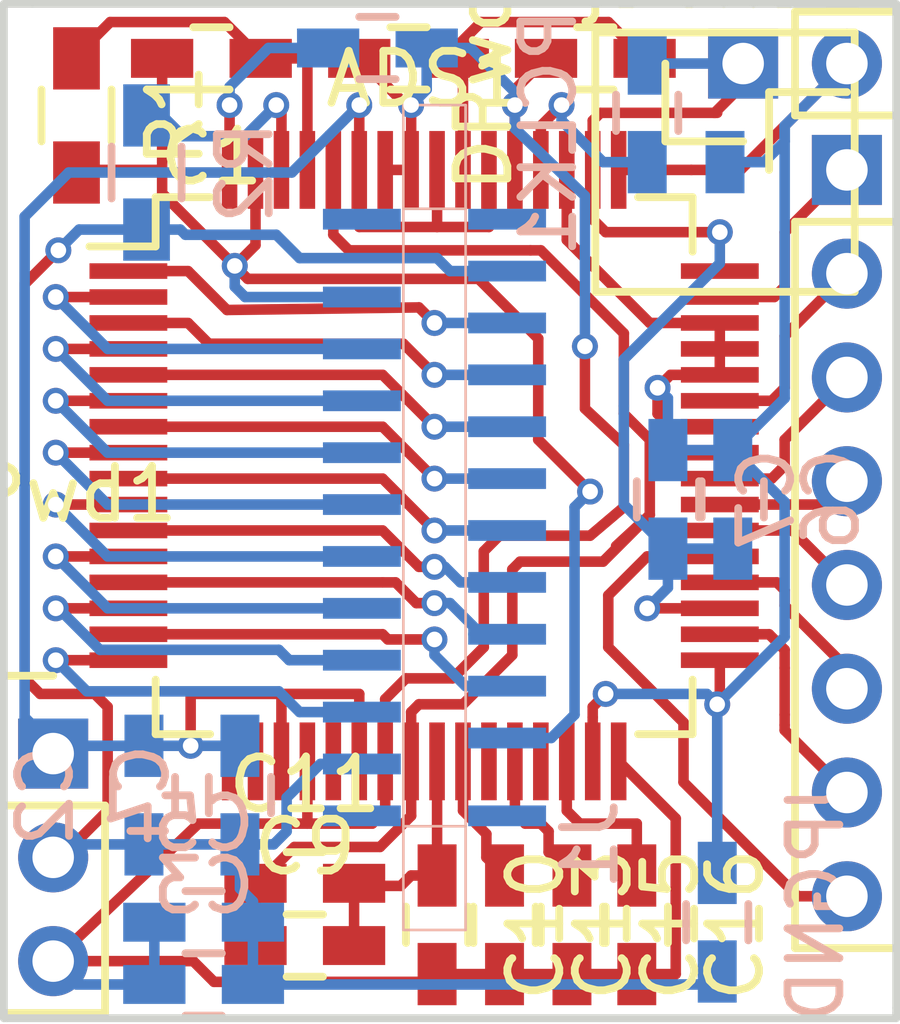
<source format=kicad_pcb>
(kicad_pcb (version 4) (host pcbnew 4.0.7)

  (general
    (links 94)
    (no_connects 0)
    (area 118.702381 86.030951 143.49762 115.269048)
    (thickness 1.6)
    (drawings 10)
    (tracks 393)
    (zones 0)
    (modules 26)
    (nets 49)
  )

  (page A4)
  (layers
    (0 F.Cu signal hide)
    (31 B.Cu signal)
    (32 B.Adhes user hide)
    (33 F.Adhes user hide)
    (34 B.Paste user hide)
    (35 F.Paste user hide)
    (36 B.SilkS user hide)
    (37 F.SilkS user hide)
    (38 B.Mask user hide)
    (39 F.Mask user hide)
    (40 Dwgs.User user hide)
    (41 Cmts.User user hide)
    (42 Eco1.User user hide)
    (43 Eco2.User user hide)
    (44 Edge.Cuts user)
    (45 Margin user hide)
    (46 B.CrtYd user hide)
    (47 F.CrtYd user hide)
    (48 B.Fab user hide)
    (49 F.Fab user hide)
  )

  (setup
    (last_trace_width 0.2032)
    (trace_clearance 0.2)
    (zone_clearance 0.254)
    (zone_45_only no)
    (trace_min 0.2)
    (segment_width 0.2)
    (edge_width 0.15)
    (via_size 0.5)
    (via_drill 0.3)
    (via_min_size 0.4)
    (via_min_drill 0.3)
    (uvia_size 0.5)
    (uvia_drill 0.3)
    (uvias_allowed no)
    (uvia_min_size 0.2)
    (uvia_min_drill 0.1)
    (pcb_text_width 0.3)
    (pcb_text_size 1.5 1.5)
    (mod_edge_width 0.15)
    (mod_text_size 1 1)
    (mod_text_width 0.15)
    (pad_size 0.75 1.2)
    (pad_drill 0)
    (pad_to_mask_clearance 0.2)
    (aux_axis_origin 0 0)
    (visible_elements FFFFFD9F)
    (pcbplotparams
      (layerselection 0x00030_80000001)
      (usegerberextensions false)
      (excludeedgelayer true)
      (linewidth 0.100000)
      (plotframeref false)
      (viasonmask false)
      (mode 1)
      (useauxorigin false)
      (hpglpennumber 1)
      (hpglpenspeed 20)
      (hpglpendiameter 15)
      (hpglpenoverlay 2)
      (psnegative false)
      (psa4output false)
      (plotreference true)
      (plotvalue true)
      (plotinvisibletext false)
      (padsonsilk false)
      (subtractmaskfromsilk false)
      (outputformat 1)
      (mirror false)
      (drillshape 1)
      (scaleselection 1)
      (outputdirectory ""))
  )

  (net 0 "")
  (net 1 /IN8N)
  (net 2 /IN8P)
  (net 3 /IN7N)
  (net 4 /IN7P)
  (net 5 /IN6N)
  (net 6 /IN6P)
  (net 7 /IN5N)
  (net 8 /IN5P)
  (net 9 /IN4N)
  (net 10 /IN4P)
  (net 11 /IN3N)
  (net 12 /IN3P)
  (net 13 /IN2N)
  (net 14 /IN2P)
  (net 15 /IN1N)
  (net 16 /IN1P)
  (net 17 /ADS1298/TESTP_PACE_OUT1)
  (net 18 /ADS1298/TESTN_PACE_OUT2)
  (net 19 /AVDD)
  (net 20 /AVSS)
  (net 21 /ADS1298/RLDREF)
  (net 22 "Net-(ADS1-Pad25)")
  (net 23 "Net-(ADS1-Pad26)")
  (net 24 "Net-(ADS1-Pad27)")
  (net 25 "Net-(ADS1-Pad28)")
  (net 26 "Net-(ADS1-Pad29)")
  (net 27 "Net-(ADS1-Pad30)")
  (net 28 /DGND)
  (net 29 /MOSI)
  (net 30 /DVDD)
  (net 31 /~RESET)
  (net 32 /CLK)
  (net 33 /START)
  (net 34 /~CS)
  (net 35 /SPI_CLK)
  (net 36 /MISO)
  (net 37 /~DRDY)
  (net 38 /CLKSEL)
  (net 39 "Net-(ADS1-Pad55)")
  (net 40 /ADS1298/RLDINV)
  (net 41 /ADS1298/RLDIN)
  (net 42 /RDLout)
  (net 43 "Net-(ADS1-Pad64)")
  (net 44 /AGND)
  (net 45 "Net-(J1-Pad42)")
  (net 46 "Net-(J1-Pad43)")
  (net 47 "Net-(J1-Pad41)")
  (net 48 "Net-(J1-Pad40)")

  (net_class Default "This is the default net class."
    (clearance 0.2)
    (trace_width 0.2032)
    (via_dia 0.5)
    (via_drill 0.3)
    (uvia_dia 0.5)
    (uvia_drill 0.3)
    (add_net /ADS1298/RLDIN)
    (add_net /ADS1298/RLDINV)
    (add_net /ADS1298/RLDREF)
    (add_net /ADS1298/TESTN_PACE_OUT2)
    (add_net /ADS1298/TESTP_PACE_OUT1)
    (add_net /AGND)
    (add_net /AVDD)
    (add_net /AVSS)
    (add_net /CLK)
    (add_net /CLKSEL)
    (add_net /DGND)
    (add_net /DVDD)
    (add_net /IN1N)
    (add_net /IN1P)
    (add_net /IN2N)
    (add_net /IN2P)
    (add_net /IN3N)
    (add_net /IN3P)
    (add_net /IN4N)
    (add_net /IN4P)
    (add_net /IN5N)
    (add_net /IN5P)
    (add_net /IN6N)
    (add_net /IN6P)
    (add_net /IN7N)
    (add_net /IN7P)
    (add_net /IN8N)
    (add_net /IN8P)
    (add_net /MISO)
    (add_net /MOSI)
    (add_net /RDLout)
    (add_net /SPI_CLK)
    (add_net /START)
    (add_net /~CS)
    (add_net /~DRDY)
    (add_net /~RESET)
    (add_net "Net-(ADS1-Pad25)")
    (add_net "Net-(ADS1-Pad26)")
    (add_net "Net-(ADS1-Pad27)")
    (add_net "Net-(ADS1-Pad28)")
    (add_net "Net-(ADS1-Pad29)")
    (add_net "Net-(ADS1-Pad30)")
    (add_net "Net-(ADS1-Pad55)")
    (add_net "Net-(ADS1-Pad64)")
    (add_net "Net-(J1-Pad40)")
    (add_net "Net-(J1-Pad41)")
    (add_net "Net-(J1-Pad42)")
    (add_net "Net-(J1-Pad43)")
  )

  (module Housings_QFP:TQFP-64_10x10mm_Pitch0.5mm (layer F.Cu) (tedit 54130A77) (tstamp 5AD1005E)
    (at 130.6 99.65)
    (descr "64-Lead Plastic Thin Quad Flatpack (PT) - 10x10x1 mm Body, 2.00 mm Footprint [TQFP] (see Microchip Packaging Specification 00000049BS.pdf)")
    (tags "QFP 0.5")
    (path /5AD0D78A/5AD0DB25)
    (attr smd)
    (fp_text reference ADS1 (at 0 -7.45) (layer F.SilkS)
      (effects (font (size 1 1) (thickness 0.15)))
    )
    (fp_text value ADS1298 (at 0 7.45) (layer F.Fab)
      (effects (font (size 1 1) (thickness 0.15)))
    )
    (fp_text user %R (at 0 0) (layer F.Fab)
      (effects (font (size 1 1) (thickness 0.15)))
    )
    (fp_line (start -4 -5) (end 5 -5) (layer F.Fab) (width 0.15))
    (fp_line (start 5 -5) (end 5 5) (layer F.Fab) (width 0.15))
    (fp_line (start 5 5) (end -5 5) (layer F.Fab) (width 0.15))
    (fp_line (start -5 5) (end -5 -4) (layer F.Fab) (width 0.15))
    (fp_line (start -5 -4) (end -4 -5) (layer F.Fab) (width 0.15))
    (fp_line (start -6.7 -6.7) (end -6.7 6.7) (layer F.CrtYd) (width 0.05))
    (fp_line (start 6.7 -6.7) (end 6.7 6.7) (layer F.CrtYd) (width 0.05))
    (fp_line (start -6.7 -6.7) (end 6.7 -6.7) (layer F.CrtYd) (width 0.05))
    (fp_line (start -6.7 6.7) (end 6.7 6.7) (layer F.CrtYd) (width 0.05))
    (fp_line (start -5.175 -5.175) (end -5.175 -4.225) (layer F.SilkS) (width 0.15))
    (fp_line (start 5.175 -5.175) (end 5.175 -4.125) (layer F.SilkS) (width 0.15))
    (fp_line (start 5.175 5.175) (end 5.175 4.125) (layer F.SilkS) (width 0.15))
    (fp_line (start -5.175 5.175) (end -5.175 4.125) (layer F.SilkS) (width 0.15))
    (fp_line (start -5.175 -5.175) (end -4.125 -5.175) (layer F.SilkS) (width 0.15))
    (fp_line (start -5.175 5.175) (end -4.125 5.175) (layer F.SilkS) (width 0.15))
    (fp_line (start 5.175 5.175) (end 4.125 5.175) (layer F.SilkS) (width 0.15))
    (fp_line (start 5.175 -5.175) (end 4.125 -5.175) (layer F.SilkS) (width 0.15))
    (fp_line (start -5.175 -4.225) (end -6.45 -4.225) (layer F.SilkS) (width 0.15))
    (pad 1 smd rect (at -5.7 -3.75) (size 1.5 0.3) (layers F.Cu F.Paste F.Mask)
      (net 1 /IN8N))
    (pad 2 smd rect (at -5.7 -3.25) (size 1.5 0.3) (layers F.Cu F.Paste F.Mask)
      (net 2 /IN8P))
    (pad 3 smd rect (at -5.7 -2.75) (size 1.5 0.3) (layers F.Cu F.Paste F.Mask)
      (net 3 /IN7N))
    (pad 4 smd rect (at -5.7 -2.25) (size 1.5 0.3) (layers F.Cu F.Paste F.Mask)
      (net 4 /IN7P))
    (pad 5 smd rect (at -5.7 -1.75) (size 1.5 0.3) (layers F.Cu F.Paste F.Mask)
      (net 5 /IN6N))
    (pad 6 smd rect (at -5.7 -1.25) (size 1.5 0.3) (layers F.Cu F.Paste F.Mask)
      (net 6 /IN6P))
    (pad 7 smd rect (at -5.7 -0.75) (size 1.5 0.3) (layers F.Cu F.Paste F.Mask)
      (net 7 /IN5N))
    (pad 8 smd rect (at -5.7 -0.25) (size 1.5 0.3) (layers F.Cu F.Paste F.Mask)
      (net 8 /IN5P))
    (pad 9 smd rect (at -5.7 0.25) (size 1.5 0.3) (layers F.Cu F.Paste F.Mask)
      (net 9 /IN4N))
    (pad 10 smd rect (at -5.7 0.75) (size 1.5 0.3) (layers F.Cu F.Paste F.Mask)
      (net 10 /IN4P))
    (pad 11 smd rect (at -5.7 1.25) (size 1.5 0.3) (layers F.Cu F.Paste F.Mask)
      (net 11 /IN3N))
    (pad 12 smd rect (at -5.7 1.75) (size 1.5 0.3) (layers F.Cu F.Paste F.Mask)
      (net 12 /IN3P))
    (pad 13 smd rect (at -5.7 2.25) (size 1.5 0.3) (layers F.Cu F.Paste F.Mask)
      (net 13 /IN2N))
    (pad 14 smd rect (at -5.7 2.75) (size 1.5 0.3) (layers F.Cu F.Paste F.Mask)
      (net 14 /IN2P))
    (pad 15 smd rect (at -5.7 3.25) (size 1.5 0.3) (layers F.Cu F.Paste F.Mask)
      (net 15 /IN1N))
    (pad 16 smd rect (at -5.7 3.75) (size 1.5 0.3) (layers F.Cu F.Paste F.Mask)
      (net 16 /IN1P))
    (pad 17 smd rect (at -3.75 5.7 90) (size 1.5 0.3) (layers F.Cu F.Paste F.Mask)
      (net 17 /ADS1298/TESTP_PACE_OUT1))
    (pad 18 smd rect (at -3.25 5.7 90) (size 1.5 0.3) (layers F.Cu F.Paste F.Mask)
      (net 18 /ADS1298/TESTN_PACE_OUT2))
    (pad 19 smd rect (at -2.75 5.7 90) (size 1.5 0.3) (layers F.Cu F.Paste F.Mask)
      (net 19 /AVDD))
    (pad 20 smd rect (at -2.25 5.7 90) (size 1.5 0.3) (layers F.Cu F.Paste F.Mask)
      (net 20 /AVSS))
    (pad 21 smd rect (at -1.75 5.7 90) (size 1.5 0.3) (layers F.Cu F.Paste F.Mask)
      (net 19 /AVDD))
    (pad 22 smd rect (at -1.25 5.7 90) (size 1.5 0.3) (layers F.Cu F.Paste F.Mask)
      (net 19 /AVDD))
    (pad 23 smd rect (at -0.75 5.7 90) (size 1.5 0.3) (layers F.Cu F.Paste F.Mask)
      (net 20 /AVSS))
    (pad 24 smd rect (at -0.25 5.7 90) (size 1.5 0.3) (layers F.Cu F.Paste F.Mask)
      (net 21 /ADS1298/RLDREF))
    (pad 25 smd rect (at 0.25 5.7 90) (size 1.5 0.3) (layers F.Cu F.Paste F.Mask)
      (net 22 "Net-(ADS1-Pad25)"))
    (pad 26 smd rect (at 0.75 5.7 90) (size 1.5 0.3) (layers F.Cu F.Paste F.Mask)
      (net 23 "Net-(ADS1-Pad26)"))
    (pad 27 smd rect (at 1.25 5.7 90) (size 1.5 0.3) (layers F.Cu F.Paste F.Mask)
      (net 24 "Net-(ADS1-Pad27)"))
    (pad 28 smd rect (at 1.75 5.7 90) (size 1.5 0.3) (layers F.Cu F.Paste F.Mask)
      (net 25 "Net-(ADS1-Pad28)"))
    (pad 29 smd rect (at 2.25 5.7 90) (size 1.5 0.3) (layers F.Cu F.Paste F.Mask)
      (net 26 "Net-(ADS1-Pad29)"))
    (pad 30 smd rect (at 2.75 5.7 90) (size 1.5 0.3) (layers F.Cu F.Paste F.Mask)
      (net 27 "Net-(ADS1-Pad30)"))
    (pad 31 smd rect (at 3.25 5.7 90) (size 1.5 0.3) (layers F.Cu F.Paste F.Mask)
      (net 28 /DGND))
    (pad 32 smd rect (at 3.75 5.7 90) (size 1.5 0.3) (layers F.Cu F.Paste F.Mask)
      (net 20 /AVSS))
    (pad 33 smd rect (at 5.7 3.75) (size 1.5 0.3) (layers F.Cu F.Paste F.Mask)
      (net 28 /DGND))
    (pad 34 smd rect (at 5.7 3.25) (size 1.5 0.3) (layers F.Cu F.Paste F.Mask)
      (net 29 /MOSI))
    (pad 35 smd rect (at 5.7 2.75) (size 1.5 0.3) (layers F.Cu F.Paste F.Mask)
      (net 30 /DVDD))
    (pad 36 smd rect (at 5.7 2.25) (size 1.5 0.3) (layers F.Cu F.Paste F.Mask)
      (net 31 /~RESET))
    (pad 37 smd rect (at 5.7 1.75) (size 1.5 0.3) (layers F.Cu F.Paste F.Mask)
      (net 32 /CLK))
    (pad 38 smd rect (at 5.7 1.25) (size 1.5 0.3) (layers F.Cu F.Paste F.Mask)
      (net 33 /START))
    (pad 39 smd rect (at 5.7 0.75) (size 1.5 0.3) (layers F.Cu F.Paste F.Mask)
      (net 34 /~CS))
    (pad 40 smd rect (at 5.7 0.25) (size 1.5 0.3) (layers F.Cu F.Paste F.Mask)
      (net 35 /SPI_CLK))
    (pad 41 smd rect (at 5.7 -0.25) (size 1.5 0.3) (layers F.Cu F.Paste F.Mask)
      (net 28 /DGND))
    (pad 42 smd rect (at 5.7 -0.75) (size 1.5 0.3) (layers F.Cu F.Paste F.Mask)
      (net 28 /DGND))
    (pad 43 smd rect (at 5.7 -1.25) (size 1.5 0.3) (layers F.Cu F.Paste F.Mask)
      (net 36 /MISO))
    (pad 44 smd rect (at 5.7 -1.75) (size 1.5 0.3) (layers F.Cu F.Paste F.Mask)
      (net 28 /DGND))
    (pad 45 smd rect (at 5.7 -2.25) (size 1.5 0.3) (layers F.Cu F.Paste F.Mask)
      (net 28 /DGND))
    (pad 46 smd rect (at 5.7 -2.75) (size 1.5 0.3) (layers F.Cu F.Paste F.Mask)
      (net 28 /DGND))
    (pad 47 smd rect (at 5.7 -3.25) (size 1.5 0.3) (layers F.Cu F.Paste F.Mask)
      (net 37 /~DRDY))
    (pad 48 smd rect (at 5.7 -3.75) (size 1.5 0.3) (layers F.Cu F.Paste F.Mask)
      (net 30 /DVDD))
    (pad 49 smd rect (at 3.75 -5.7 90) (size 1.5 0.3) (layers F.Cu F.Paste F.Mask)
      (net 28 /DGND))
    (pad 50 smd rect (at 3.25 -5.7 90) (size 1.5 0.3) (layers F.Cu F.Paste F.Mask)
      (net 30 /DVDD))
    (pad 51 smd rect (at 2.75 -5.7 90) (size 1.5 0.3) (layers F.Cu F.Paste F.Mask)
      (net 28 /DGND))
    (pad 52 smd rect (at 2.25 -5.7 90) (size 1.5 0.3) (layers F.Cu F.Paste F.Mask)
      (net 38 /CLKSEL))
    (pad 53 smd rect (at 1.75 -5.7 90) (size 1.5 0.3) (layers F.Cu F.Paste F.Mask)
      (net 20 /AVSS))
    (pad 54 smd rect (at 1.25 -5.7 90) (size 1.5 0.3) (layers F.Cu F.Paste F.Mask)
      (net 19 /AVDD))
    (pad 55 smd rect (at 0.75 -5.7 90) (size 1.5 0.3) (layers F.Cu F.Paste F.Mask)
      (net 39 "Net-(ADS1-Pad55)"))
    (pad 56 smd rect (at 0.25 -5.7 90) (size 1.5 0.3) (layers F.Cu F.Paste F.Mask)
      (net 19 /AVDD))
    (pad 57 smd rect (at -0.25 -5.7 90) (size 1.5 0.3) (layers F.Cu F.Paste F.Mask)
      (net 20 /AVSS))
    (pad 58 smd rect (at -0.75 -5.7 90) (size 1.5 0.3) (layers F.Cu F.Paste F.Mask)
      (net 20 /AVSS))
    (pad 59 smd rect (at -1.25 -5.7 90) (size 1.5 0.3) (layers F.Cu F.Paste F.Mask)
      (net 19 /AVDD))
    (pad 60 smd rect (at -1.75 -5.7 90) (size 1.5 0.3) (layers F.Cu F.Paste F.Mask)
      (net 21 /ADS1298/RLDREF))
    (pad 61 smd rect (at -2.25 -5.7 90) (size 1.5 0.3) (layers F.Cu F.Paste F.Mask)
      (net 40 /ADS1298/RLDINV))
    (pad 62 smd rect (at -2.75 -5.7 90) (size 1.5 0.3) (layers F.Cu F.Paste F.Mask)
      (net 41 /ADS1298/RLDIN))
    (pad 63 smd rect (at -3.25 -5.7 90) (size 1.5 0.3) (layers F.Cu F.Paste F.Mask)
      (net 42 /RDLout))
    (pad 64 smd rect (at -3.75 -5.7 90) (size 1.5 0.3) (layers F.Cu F.Paste F.Mask)
      (net 43 "Net-(ADS1-Pad64)"))
    (model Housings_QFP.3dshapes/TQFP-64_10x10mm_Pitch0.5mm.wrl
      (at (xyz 0 0 0))
      (scale (xyz 1 1 1))
      (rotate (xyz 0 0 0))
    )
  )

  (module Pin_Headers:Pin_Header_Straight_1x03_Pitch2.00mm (layer F.Cu) (tedit 56FA75DA) (tstamp 5AD10065)
    (at 123.45 105.2)
    (descr "Through hole pin header, 1x03, 2.00mm pitch, single row")
    (tags "pin header single row")
    (path /5AD21670)
    (fp_text reference APwd1 (at 0 -5) (layer F.SilkS)
      (effects (font (size 1 1) (thickness 0.15)))
    )
    (fp_text value Conn_01x03 (at 0 -3) (layer F.Fab)
      (effects (font (size 1 1) (thickness 0.15)))
    )
    (fp_line (start -1 1) (end 1 1) (layer F.SilkS) (width 0.15))
    (fp_line (start 1 1) (end 1 5) (layer F.SilkS) (width 0.15))
    (fp_line (start 1 5) (end -1 5) (layer F.SilkS) (width 0.15))
    (fp_line (start -1 5) (end -1 1) (layer F.SilkS) (width 0.15))
    (fp_line (start -1.6 -1.6) (end 1.6 -1.6) (layer F.CrtYd) (width 0.05))
    (fp_line (start 1.6 -1.6) (end 1.6 5.6) (layer F.CrtYd) (width 0.05))
    (fp_line (start 1.6 5.6) (end -1.6 5.6) (layer F.CrtYd) (width 0.05))
    (fp_line (start -1.6 5.6) (end -1.6 -1.6) (layer F.CrtYd) (width 0.05))
    (fp_line (start -1.5 0) (end -1.5 -1.5) (layer F.SilkS) (width 0.15))
    (fp_line (start -1.5 -1.5) (end 0 -1.5) (layer F.SilkS) (width 0.15))
    (pad 1 thru_hole rect (at 0 0) (size 1.35 1.35) (drill 0.8) (layers *.Cu *.Mask)
      (net 19 /AVDD))
    (pad 2 thru_hole circle (at 0 2) (size 1.35 1.35) (drill 0.8) (layers *.Cu *.Mask)
      (net 44 /AGND))
    (pad 3 thru_hole circle (at 0 4) (size 1.35 1.35) (drill 0.8) (layers *.Cu *.Mask)
      (net 20 /AVSS))
    (model Pin_Headers.3dshapes/Pin_Header_Straight_1x03_Pitch2.00mm.wrl
      (at (xyz 0 0 0))
      (scale (xyz 1 1 1))
      (rotate (xyz 0 0 0))
    )
  )

  (module Capacitors_SMD:C_0603_HandSoldering (layer F.Cu) (tedit 541A9B4D) (tstamp 5AD1006B)
    (at 126.5 91.8 180)
    (descr "Capacitor SMD 0603, hand soldering")
    (tags "capacitor 0603")
    (path /5AD0D78A/5AD0DB27)
    (attr smd)
    (fp_text reference C1 (at 0 -1.9 180) (layer F.SilkS)
      (effects (font (size 1 1) (thickness 0.15)))
    )
    (fp_text value 1nf (at 0 1.9 180) (layer F.Fab)
      (effects (font (size 1 1) (thickness 0.15)))
    )
    (fp_line (start -0.8 0.4) (end -0.8 -0.4) (layer F.Fab) (width 0.15))
    (fp_line (start 0.8 0.4) (end -0.8 0.4) (layer F.Fab) (width 0.15))
    (fp_line (start 0.8 -0.4) (end 0.8 0.4) (layer F.Fab) (width 0.15))
    (fp_line (start -0.8 -0.4) (end 0.8 -0.4) (layer F.Fab) (width 0.15))
    (fp_line (start -1.85 -0.75) (end 1.85 -0.75) (layer F.CrtYd) (width 0.05))
    (fp_line (start -1.85 0.75) (end 1.85 0.75) (layer F.CrtYd) (width 0.05))
    (fp_line (start -1.85 -0.75) (end -1.85 0.75) (layer F.CrtYd) (width 0.05))
    (fp_line (start 1.85 -0.75) (end 1.85 0.75) (layer F.CrtYd) (width 0.05))
    (fp_line (start -0.35 -0.6) (end 0.35 -0.6) (layer F.SilkS) (width 0.15))
    (fp_line (start 0.35 0.6) (end -0.35 0.6) (layer F.SilkS) (width 0.15))
    (pad 1 smd rect (at -0.95 0 180) (size 1.2 0.75) (layers F.Cu F.Paste F.Mask)
      (net 40 /ADS1298/RLDINV))
    (pad 2 smd rect (at 0.95 0 180) (size 1.2 0.75) (layers F.Cu F.Paste F.Mask)
      (net 42 /RDLout))
    (model Capacitors_SMD.3dshapes/C_0603_HandSoldering.wrl
      (at (xyz 0 0 0))
      (scale (xyz 1 1 1))
      (rotate (xyz 0 0 0))
    )
  )

  (module Capacitors_SMD:C_0603_HandSoldering (layer B.Cu) (tedit 541A9B4D) (tstamp 5AD10071)
    (at 125.2 106 270)
    (descr "Capacitor SMD 0603, hand soldering")
    (tags "capacitor 0603")
    (path /5AD0D78A/5AD0DB2E)
    (attr smd)
    (fp_text reference C2 (at 0 1.9 270) (layer B.SilkS)
      (effects (font (size 1 1) (thickness 0.15)) (justify mirror))
    )
    (fp_text value 1uF (at 0 -1.9 270) (layer B.Fab)
      (effects (font (size 1 1) (thickness 0.15)) (justify mirror))
    )
    (fp_line (start -0.8 -0.4) (end -0.8 0.4) (layer B.Fab) (width 0.15))
    (fp_line (start 0.8 -0.4) (end -0.8 -0.4) (layer B.Fab) (width 0.15))
    (fp_line (start 0.8 0.4) (end 0.8 -0.4) (layer B.Fab) (width 0.15))
    (fp_line (start -0.8 0.4) (end 0.8 0.4) (layer B.Fab) (width 0.15))
    (fp_line (start -1.85 0.75) (end 1.85 0.75) (layer B.CrtYd) (width 0.05))
    (fp_line (start -1.85 -0.75) (end 1.85 -0.75) (layer B.CrtYd) (width 0.05))
    (fp_line (start -1.85 0.75) (end -1.85 -0.75) (layer B.CrtYd) (width 0.05))
    (fp_line (start 1.85 0.75) (end 1.85 -0.75) (layer B.CrtYd) (width 0.05))
    (fp_line (start -0.35 0.6) (end 0.35 0.6) (layer B.SilkS) (width 0.15))
    (fp_line (start 0.35 -0.6) (end -0.35 -0.6) (layer B.SilkS) (width 0.15))
    (pad 1 smd rect (at -0.95 0 270) (size 1.2 0.75) (layers B.Cu B.Paste B.Mask)
      (net 19 /AVDD))
    (pad 2 smd rect (at 0.95 0 270) (size 1.2 0.75) (layers B.Cu B.Paste B.Mask)
      (net 44 /AGND))
    (model Capacitors_SMD.3dshapes/C_0603_HandSoldering.wrl
      (at (xyz 0 0 0))
      (scale (xyz 1 1 1))
      (rotate (xyz 0 0 0))
    )
  )

  (module Capacitors_SMD:C_0603_HandSoldering (layer B.Cu) (tedit 541A9B4D) (tstamp 5AD10077)
    (at 126.35 109.65 180)
    (descr "Capacitor SMD 0603, hand soldering")
    (tags "capacitor 0603")
    (path /5AD0D78A/5AD0DB30)
    (attr smd)
    (fp_text reference C3 (at 0 1.9 180) (layer B.SilkS)
      (effects (font (size 1 1) (thickness 0.15)) (justify mirror))
    )
    (fp_text value 1uF (at 0 -1.9 180) (layer B.Fab)
      (effects (font (size 1 1) (thickness 0.15)) (justify mirror))
    )
    (fp_line (start -0.8 -0.4) (end -0.8 0.4) (layer B.Fab) (width 0.15))
    (fp_line (start 0.8 -0.4) (end -0.8 -0.4) (layer B.Fab) (width 0.15))
    (fp_line (start 0.8 0.4) (end 0.8 -0.4) (layer B.Fab) (width 0.15))
    (fp_line (start -0.8 0.4) (end 0.8 0.4) (layer B.Fab) (width 0.15))
    (fp_line (start -1.85 0.75) (end 1.85 0.75) (layer B.CrtYd) (width 0.05))
    (fp_line (start -1.85 -0.75) (end 1.85 -0.75) (layer B.CrtYd) (width 0.05))
    (fp_line (start -1.85 0.75) (end -1.85 -0.75) (layer B.CrtYd) (width 0.05))
    (fp_line (start 1.85 0.75) (end 1.85 -0.75) (layer B.CrtYd) (width 0.05))
    (fp_line (start -0.35 0.6) (end 0.35 0.6) (layer B.SilkS) (width 0.15))
    (fp_line (start 0.35 -0.6) (end -0.35 -0.6) (layer B.SilkS) (width 0.15))
    (pad 1 smd rect (at -0.95 0 180) (size 1.2 0.75) (layers B.Cu B.Paste B.Mask)
      (net 44 /AGND))
    (pad 2 smd rect (at 0.95 0 180) (size 1.2 0.75) (layers B.Cu B.Paste B.Mask)
      (net 20 /AVSS))
    (model Capacitors_SMD.3dshapes/C_0603_HandSoldering.wrl
      (at (xyz 0 0 0))
      (scale (xyz 1 1 1))
      (rotate (xyz 0 0 0))
    )
  )

  (module Capacitors_SMD:C_0603_HandSoldering (layer B.Cu) (tedit 541A9B4D) (tstamp 5AD1007D)
    (at 127.05 106 270)
    (descr "Capacitor SMD 0603, hand soldering")
    (tags "capacitor 0603")
    (path /5AD0D78A/5AD0DB2D)
    (attr smd)
    (fp_text reference C4 (at 0 1.9 270) (layer B.SilkS)
      (effects (font (size 1 1) (thickness 0.15)) (justify mirror))
    )
    (fp_text value 0.1uF (at 0 -1.9 270) (layer B.Fab)
      (effects (font (size 1 1) (thickness 0.15)) (justify mirror))
    )
    (fp_line (start -0.8 -0.4) (end -0.8 0.4) (layer B.Fab) (width 0.15))
    (fp_line (start 0.8 -0.4) (end -0.8 -0.4) (layer B.Fab) (width 0.15))
    (fp_line (start 0.8 0.4) (end 0.8 -0.4) (layer B.Fab) (width 0.15))
    (fp_line (start -0.8 0.4) (end 0.8 0.4) (layer B.Fab) (width 0.15))
    (fp_line (start -1.85 0.75) (end 1.85 0.75) (layer B.CrtYd) (width 0.05))
    (fp_line (start -1.85 -0.75) (end 1.85 -0.75) (layer B.CrtYd) (width 0.05))
    (fp_line (start -1.85 0.75) (end -1.85 -0.75) (layer B.CrtYd) (width 0.05))
    (fp_line (start 1.85 0.75) (end 1.85 -0.75) (layer B.CrtYd) (width 0.05))
    (fp_line (start -0.35 0.6) (end 0.35 0.6) (layer B.SilkS) (width 0.15))
    (fp_line (start 0.35 -0.6) (end -0.35 -0.6) (layer B.SilkS) (width 0.15))
    (pad 1 smd rect (at -0.95 0 270) (size 1.2 0.75) (layers B.Cu B.Paste B.Mask)
      (net 19 /AVDD))
    (pad 2 smd rect (at 0.95 0 270) (size 1.2 0.75) (layers B.Cu B.Paste B.Mask)
      (net 44 /AGND))
    (model Capacitors_SMD.3dshapes/C_0603_HandSoldering.wrl
      (at (xyz 0 0 0))
      (scale (xyz 1 1 1))
      (rotate (xyz 0 0 0))
    )
  )

  (module Capacitors_SMD:C_0603_HandSoldering (layer B.Cu) (tedit 541A9B4D) (tstamp 5AD10083)
    (at 126.35 108.45 180)
    (descr "Capacitor SMD 0603, hand soldering")
    (tags "capacitor 0603")
    (path /5AD0D78A/5AD0DB2F)
    (attr smd)
    (fp_text reference C5 (at 0 1.9 180) (layer B.SilkS)
      (effects (font (size 1 1) (thickness 0.15)) (justify mirror))
    )
    (fp_text value 0.1uF (at 0 -1.9 180) (layer B.Fab)
      (effects (font (size 1 1) (thickness 0.15)) (justify mirror))
    )
    (fp_line (start -0.8 -0.4) (end -0.8 0.4) (layer B.Fab) (width 0.15))
    (fp_line (start 0.8 -0.4) (end -0.8 -0.4) (layer B.Fab) (width 0.15))
    (fp_line (start 0.8 0.4) (end 0.8 -0.4) (layer B.Fab) (width 0.15))
    (fp_line (start -0.8 0.4) (end 0.8 0.4) (layer B.Fab) (width 0.15))
    (fp_line (start -1.85 0.75) (end 1.85 0.75) (layer B.CrtYd) (width 0.05))
    (fp_line (start -1.85 -0.75) (end 1.85 -0.75) (layer B.CrtYd) (width 0.05))
    (fp_line (start -1.85 0.75) (end -1.85 -0.75) (layer B.CrtYd) (width 0.05))
    (fp_line (start 1.85 0.75) (end 1.85 -0.75) (layer B.CrtYd) (width 0.05))
    (fp_line (start -0.35 0.6) (end 0.35 0.6) (layer B.SilkS) (width 0.15))
    (fp_line (start 0.35 -0.6) (end -0.35 -0.6) (layer B.SilkS) (width 0.15))
    (pad 1 smd rect (at -0.95 0 180) (size 1.2 0.75) (layers B.Cu B.Paste B.Mask)
      (net 44 /AGND))
    (pad 2 smd rect (at 0.95 0 180) (size 1.2 0.75) (layers B.Cu B.Paste B.Mask)
      (net 20 /AVSS))
    (model Capacitors_SMD.3dshapes/C_0603_HandSoldering.wrl
      (at (xyz 0 0 0))
      (scale (xyz 1 1 1))
      (rotate (xyz 0 0 0))
    )
  )

  (module Capacitors_SMD:C_0603_HandSoldering (layer B.Cu) (tedit 541A9B4D) (tstamp 5AD10089)
    (at 136.55 100.3 90)
    (descr "Capacitor SMD 0603, hand soldering")
    (tags "capacitor 0603")
    (path /5AD0D78A/5AD0DB32)
    (attr smd)
    (fp_text reference C6 (at 0 1.9 90) (layer B.SilkS)
      (effects (font (size 1 1) (thickness 0.15)) (justify mirror))
    )
    (fp_text value 1uF (at 0 -1.9 90) (layer B.Fab)
      (effects (font (size 1 1) (thickness 0.15)) (justify mirror))
    )
    (fp_line (start -0.8 -0.4) (end -0.8 0.4) (layer B.Fab) (width 0.15))
    (fp_line (start 0.8 -0.4) (end -0.8 -0.4) (layer B.Fab) (width 0.15))
    (fp_line (start 0.8 0.4) (end 0.8 -0.4) (layer B.Fab) (width 0.15))
    (fp_line (start -0.8 0.4) (end 0.8 0.4) (layer B.Fab) (width 0.15))
    (fp_line (start -1.85 0.75) (end 1.85 0.75) (layer B.CrtYd) (width 0.05))
    (fp_line (start -1.85 -0.75) (end 1.85 -0.75) (layer B.CrtYd) (width 0.05))
    (fp_line (start -1.85 0.75) (end -1.85 -0.75) (layer B.CrtYd) (width 0.05))
    (fp_line (start 1.85 0.75) (end 1.85 -0.75) (layer B.CrtYd) (width 0.05))
    (fp_line (start -0.35 0.6) (end 0.35 0.6) (layer B.SilkS) (width 0.15))
    (fp_line (start 0.35 -0.6) (end -0.35 -0.6) (layer B.SilkS) (width 0.15))
    (pad 1 smd rect (at -0.95 0 90) (size 1.2 0.75) (layers B.Cu B.Paste B.Mask)
      (net 30 /DVDD))
    (pad 2 smd rect (at 0.95 0 90) (size 1.2 0.75) (layers B.Cu B.Paste B.Mask)
      (net 28 /DGND))
    (model Capacitors_SMD.3dshapes/C_0603_HandSoldering.wrl
      (at (xyz 0 0 0))
      (scale (xyz 1 1 1))
      (rotate (xyz 0 0 0))
    )
  )

  (module Capacitors_SMD:C_0603_HandSoldering (layer B.Cu) (tedit 541A9B4D) (tstamp 5AD1008F)
    (at 135.3 100.3 90)
    (descr "Capacitor SMD 0603, hand soldering")
    (tags "capacitor 0603")
    (path /5AD0D78A/5AD0DB31)
    (attr smd)
    (fp_text reference C7 (at 0 1.9 90) (layer B.SilkS)
      (effects (font (size 1 1) (thickness 0.15)) (justify mirror))
    )
    (fp_text value 0.1uF (at 0 -1.9 90) (layer B.Fab)
      (effects (font (size 1 1) (thickness 0.15)) (justify mirror))
    )
    (fp_line (start -0.8 -0.4) (end -0.8 0.4) (layer B.Fab) (width 0.15))
    (fp_line (start 0.8 -0.4) (end -0.8 -0.4) (layer B.Fab) (width 0.15))
    (fp_line (start 0.8 0.4) (end 0.8 -0.4) (layer B.Fab) (width 0.15))
    (fp_line (start -0.8 0.4) (end 0.8 0.4) (layer B.Fab) (width 0.15))
    (fp_line (start -1.85 0.75) (end 1.85 0.75) (layer B.CrtYd) (width 0.05))
    (fp_line (start -1.85 -0.75) (end 1.85 -0.75) (layer B.CrtYd) (width 0.05))
    (fp_line (start -1.85 0.75) (end -1.85 -0.75) (layer B.CrtYd) (width 0.05))
    (fp_line (start 1.85 0.75) (end 1.85 -0.75) (layer B.CrtYd) (width 0.05))
    (fp_line (start -0.35 0.6) (end 0.35 0.6) (layer B.SilkS) (width 0.15))
    (fp_line (start 0.35 -0.6) (end -0.35 -0.6) (layer B.SilkS) (width 0.15))
    (pad 1 smd rect (at -0.95 0 90) (size 1.2 0.75) (layers B.Cu B.Paste B.Mask)
      (net 30 /DVDD))
    (pad 2 smd rect (at 0.95 0 90) (size 1.2 0.75) (layers B.Cu B.Paste B.Mask)
      (net 28 /DGND))
    (model Capacitors_SMD.3dshapes/C_0603_HandSoldering.wrl
      (at (xyz 0 0 0))
      (scale (xyz 1 1 1))
      (rotate (xyz 0 0 0))
    )
  )

  (module Capacitors_SMD:C_0603_HandSoldering (layer B.Cu) (tedit 541A9B4D) (tstamp 5AD10095)
    (at 129.7 91.6 180)
    (descr "Capacitor SMD 0603, hand soldering")
    (tags "capacitor 0603")
    (path /5AD0D78A/5AD0DB35)
    (attr smd)
    (fp_text reference C8 (at 0 1.9 180) (layer B.SilkS)
      (effects (font (size 1 1) (thickness 0.15)) (justify mirror))
    )
    (fp_text value 100pf (at 0 -1.9 180) (layer B.Fab)
      (effects (font (size 1 1) (thickness 0.15)) (justify mirror))
    )
    (fp_line (start -0.8 -0.4) (end -0.8 0.4) (layer B.Fab) (width 0.15))
    (fp_line (start 0.8 -0.4) (end -0.8 -0.4) (layer B.Fab) (width 0.15))
    (fp_line (start 0.8 0.4) (end 0.8 -0.4) (layer B.Fab) (width 0.15))
    (fp_line (start -0.8 0.4) (end 0.8 0.4) (layer B.Fab) (width 0.15))
    (fp_line (start -1.85 0.75) (end 1.85 0.75) (layer B.CrtYd) (width 0.05))
    (fp_line (start -1.85 -0.75) (end 1.85 -0.75) (layer B.CrtYd) (width 0.05))
    (fp_line (start -1.85 0.75) (end -1.85 -0.75) (layer B.CrtYd) (width 0.05))
    (fp_line (start 1.85 0.75) (end 1.85 -0.75) (layer B.CrtYd) (width 0.05))
    (fp_line (start -0.35 0.6) (end 0.35 0.6) (layer B.SilkS) (width 0.15))
    (fp_line (start 0.35 -0.6) (end -0.35 -0.6) (layer B.SilkS) (width 0.15))
    (pad 1 smd rect (at -0.95 0 180) (size 1.2 0.75) (layers B.Cu B.Paste B.Mask)
      (net 20 /AVSS))
    (pad 2 smd rect (at 0.95 0 180) (size 1.2 0.75) (layers B.Cu B.Paste B.Mask)
      (net 43 "Net-(ADS1-Pad64)"))
    (model Capacitors_SMD.3dshapes/C_0603_HandSoldering.wrl
      (at (xyz 0 0 0))
      (scale (xyz 1 1 1))
      (rotate (xyz 0 0 0))
    )
  )

  (module Capacitors_SMD:C_0603_HandSoldering (layer F.Cu) (tedit 541A9B4D) (tstamp 5AD1009B)
    (at 128.3 108.9)
    (descr "Capacitor SMD 0603, hand soldering")
    (tags "capacitor 0603")
    (path /5AD0D78A/5AD0DB2B)
    (attr smd)
    (fp_text reference C9 (at 0 -1.9) (layer F.SilkS)
      (effects (font (size 1 1) (thickness 0.15)))
    )
    (fp_text value 0.1uF (at 0 1.9) (layer F.Fab)
      (effects (font (size 1 1) (thickness 0.15)))
    )
    (fp_line (start -0.8 0.4) (end -0.8 -0.4) (layer F.Fab) (width 0.15))
    (fp_line (start 0.8 0.4) (end -0.8 0.4) (layer F.Fab) (width 0.15))
    (fp_line (start 0.8 -0.4) (end 0.8 0.4) (layer F.Fab) (width 0.15))
    (fp_line (start -0.8 -0.4) (end 0.8 -0.4) (layer F.Fab) (width 0.15))
    (fp_line (start -1.85 -0.75) (end 1.85 -0.75) (layer F.CrtYd) (width 0.05))
    (fp_line (start -1.85 0.75) (end 1.85 0.75) (layer F.CrtYd) (width 0.05))
    (fp_line (start -1.85 -0.75) (end -1.85 0.75) (layer F.CrtYd) (width 0.05))
    (fp_line (start 1.85 -0.75) (end 1.85 0.75) (layer F.CrtYd) (width 0.05))
    (fp_line (start -0.35 -0.6) (end 0.35 -0.6) (layer F.SilkS) (width 0.15))
    (fp_line (start 0.35 0.6) (end -0.35 0.6) (layer F.SilkS) (width 0.15))
    (pad 1 smd rect (at -0.95 0) (size 1.2 0.75) (layers F.Cu F.Paste F.Mask)
      (net 21 /ADS1298/RLDREF))
    (pad 2 smd rect (at 0.95 0) (size 1.2 0.75) (layers F.Cu F.Paste F.Mask)
      (net 22 "Net-(ADS1-Pad25)"))
    (model Capacitors_SMD.3dshapes/C_0603_HandSoldering.wrl
      (at (xyz 0 0 0))
      (scale (xyz 1 1 1))
      (rotate (xyz 0 0 0))
    )
  )

  (module Capacitors_SMD:C_0603_HandSoldering (layer F.Cu) (tedit 541A9B4D) (tstamp 5AD100A1)
    (at 130.85 108.5 270)
    (descr "Capacitor SMD 0603, hand soldering")
    (tags "capacitor 0603")
    (path /5AD0D78A/5AD1A7C2)
    (attr smd)
    (fp_text reference C10 (at 0 -1.9 270) (layer F.SilkS)
      (effects (font (size 1 1) (thickness 0.15)))
    )
    (fp_text value 1uF (at 0 1.9 270) (layer F.Fab)
      (effects (font (size 1 1) (thickness 0.15)))
    )
    (fp_line (start -0.8 0.4) (end -0.8 -0.4) (layer F.Fab) (width 0.15))
    (fp_line (start 0.8 0.4) (end -0.8 0.4) (layer F.Fab) (width 0.15))
    (fp_line (start 0.8 -0.4) (end 0.8 0.4) (layer F.Fab) (width 0.15))
    (fp_line (start -0.8 -0.4) (end 0.8 -0.4) (layer F.Fab) (width 0.15))
    (fp_line (start -1.85 -0.75) (end 1.85 -0.75) (layer F.CrtYd) (width 0.05))
    (fp_line (start -1.85 0.75) (end 1.85 0.75) (layer F.CrtYd) (width 0.05))
    (fp_line (start -1.85 -0.75) (end -1.85 0.75) (layer F.CrtYd) (width 0.05))
    (fp_line (start 1.85 -0.75) (end 1.85 0.75) (layer F.CrtYd) (width 0.05))
    (fp_line (start -0.35 -0.6) (end 0.35 -0.6) (layer F.SilkS) (width 0.15))
    (fp_line (start 0.35 0.6) (end -0.35 0.6) (layer F.SilkS) (width 0.15))
    (pad 1 smd rect (at -0.95 0 270) (size 1.2 0.75) (layers F.Cu F.Paste F.Mask)
      (net 22 "Net-(ADS1-Pad25)"))
    (pad 2 smd rect (at 0.95 0 270) (size 1.2 0.75) (layers F.Cu F.Paste F.Mask)
      (net 20 /AVSS))
    (model Capacitors_SMD.3dshapes/C_0603_HandSoldering.wrl
      (at (xyz 0 0 0))
      (scale (xyz 1 1 1))
      (rotate (xyz 0 0 0))
    )
  )

  (module Capacitors_SMD:C_0603_HandSoldering (layer F.Cu) (tedit 541A9B4D) (tstamp 5AD100A7)
    (at 128.3 107.7)
    (descr "Capacitor SMD 0603, hand soldering")
    (tags "capacitor 0603")
    (path /5AD0D78A/5AD0DB2A)
    (attr smd)
    (fp_text reference C11 (at 0 -1.9) (layer F.SilkS)
      (effects (font (size 1 1) (thickness 0.15)))
    )
    (fp_text value 10uF (at 0 1.9) (layer F.Fab)
      (effects (font (size 1 1) (thickness 0.15)))
    )
    (fp_line (start -0.8 0.4) (end -0.8 -0.4) (layer F.Fab) (width 0.15))
    (fp_line (start 0.8 0.4) (end -0.8 0.4) (layer F.Fab) (width 0.15))
    (fp_line (start 0.8 -0.4) (end 0.8 0.4) (layer F.Fab) (width 0.15))
    (fp_line (start -0.8 -0.4) (end 0.8 -0.4) (layer F.Fab) (width 0.15))
    (fp_line (start -1.85 -0.75) (end 1.85 -0.75) (layer F.CrtYd) (width 0.05))
    (fp_line (start -1.85 0.75) (end 1.85 0.75) (layer F.CrtYd) (width 0.05))
    (fp_line (start -1.85 -0.75) (end -1.85 0.75) (layer F.CrtYd) (width 0.05))
    (fp_line (start 1.85 -0.75) (end 1.85 0.75) (layer F.CrtYd) (width 0.05))
    (fp_line (start -0.35 -0.6) (end 0.35 -0.6) (layer F.SilkS) (width 0.15))
    (fp_line (start 0.35 0.6) (end -0.35 0.6) (layer F.SilkS) (width 0.15))
    (pad 1 smd rect (at -0.95 0) (size 1.2 0.75) (layers F.Cu F.Paste F.Mask)
      (net 21 /ADS1298/RLDREF))
    (pad 2 smd rect (at 0.95 0) (size 1.2 0.75) (layers F.Cu F.Paste F.Mask)
      (net 22 "Net-(ADS1-Pad25)"))
    (model Capacitors_SMD.3dshapes/C_0603_HandSoldering.wrl
      (at (xyz 0 0 0))
      (scale (xyz 1 1 1))
      (rotate (xyz 0 0 0))
    )
  )

  (module Capacitors_SMD:C_0603_HandSoldering (layer F.Cu) (tedit 541A9B4D) (tstamp 5AD100AD)
    (at 130.3 91.8)
    (descr "Capacitor SMD 0603, hand soldering")
    (tags "capacitor 0603")
    (path /5AD0D78A/5AD0DB34)
    (attr smd)
    (fp_text reference C12 (at 0 -1.9) (layer F.SilkS)
      (effects (font (size 1 1) (thickness 0.15)))
    )
    (fp_text value 1uF (at 0 1.9) (layer F.Fab)
      (effects (font (size 1 1) (thickness 0.15)))
    )
    (fp_line (start -0.8 0.4) (end -0.8 -0.4) (layer F.Fab) (width 0.15))
    (fp_line (start 0.8 0.4) (end -0.8 0.4) (layer F.Fab) (width 0.15))
    (fp_line (start 0.8 -0.4) (end 0.8 0.4) (layer F.Fab) (width 0.15))
    (fp_line (start -0.8 -0.4) (end 0.8 -0.4) (layer F.Fab) (width 0.15))
    (fp_line (start -1.85 -0.75) (end 1.85 -0.75) (layer F.CrtYd) (width 0.05))
    (fp_line (start -1.85 0.75) (end 1.85 0.75) (layer F.CrtYd) (width 0.05))
    (fp_line (start -1.85 -0.75) (end -1.85 0.75) (layer F.CrtYd) (width 0.05))
    (fp_line (start 1.85 -0.75) (end 1.85 0.75) (layer F.CrtYd) (width 0.05))
    (fp_line (start -0.35 -0.6) (end 0.35 -0.6) (layer F.SilkS) (width 0.15))
    (fp_line (start 0.35 0.6) (end -0.35 0.6) (layer F.SilkS) (width 0.15))
    (pad 1 smd rect (at -0.95 0) (size 1.2 0.75) (layers F.Cu F.Paste F.Mask)
      (net 20 /AVSS))
    (pad 2 smd rect (at 0.95 0) (size 1.2 0.75) (layers F.Cu F.Paste F.Mask)
      (net 39 "Net-(ADS1-Pad55)"))
    (model Capacitors_SMD.3dshapes/C_0603_HandSoldering.wrl
      (at (xyz 0 0 0))
      (scale (xyz 1 1 1))
      (rotate (xyz 0 0 0))
    )
  )

  (module Capacitors_SMD:C_0603_HandSoldering (layer F.Cu) (tedit 541A9B4D) (tstamp 5AD100B3)
    (at 132.15 108.5 270)
    (descr "Capacitor SMD 0603, hand soldering")
    (tags "capacitor 0603")
    (path /5AD0D78A/5AD0DB2C)
    (attr smd)
    (fp_text reference C13 (at 0 -1.9 270) (layer F.SilkS)
      (effects (font (size 1 1) (thickness 0.15)))
    )
    (fp_text value 1uF (at 0 1.9 270) (layer F.Fab)
      (effects (font (size 1 1) (thickness 0.15)))
    )
    (fp_line (start -0.8 0.4) (end -0.8 -0.4) (layer F.Fab) (width 0.15))
    (fp_line (start 0.8 0.4) (end -0.8 0.4) (layer F.Fab) (width 0.15))
    (fp_line (start 0.8 -0.4) (end 0.8 0.4) (layer F.Fab) (width 0.15))
    (fp_line (start -0.8 -0.4) (end 0.8 -0.4) (layer F.Fab) (width 0.15))
    (fp_line (start -1.85 -0.75) (end 1.85 -0.75) (layer F.CrtYd) (width 0.05))
    (fp_line (start -1.85 0.75) (end 1.85 0.75) (layer F.CrtYd) (width 0.05))
    (fp_line (start -1.85 -0.75) (end -1.85 0.75) (layer F.CrtYd) (width 0.05))
    (fp_line (start 1.85 -0.75) (end 1.85 0.75) (layer F.CrtYd) (width 0.05))
    (fp_line (start -0.35 -0.6) (end 0.35 -0.6) (layer F.SilkS) (width 0.15))
    (fp_line (start 0.35 0.6) (end -0.35 0.6) (layer F.SilkS) (width 0.15))
    (pad 1 smd rect (at -0.95 0 270) (size 1.2 0.75) (layers F.Cu F.Paste F.Mask)
      (net 23 "Net-(ADS1-Pad26)"))
    (pad 2 smd rect (at 0.95 0 270) (size 1.2 0.75) (layers F.Cu F.Paste F.Mask)
      (net 20 /AVSS))
    (model Capacitors_SMD.3dshapes/C_0603_HandSoldering.wrl
      (at (xyz 0 0 0))
      (scale (xyz 1 1 1))
      (rotate (xyz 0 0 0))
    )
  )

  (module Capacitors_SMD:C_0603_HandSoldering (layer F.Cu) (tedit 541A9B4D) (tstamp 5AD100B9)
    (at 133.9 91.8)
    (descr "Capacitor SMD 0603, hand soldering")
    (tags "capacitor 0603")
    (path /5AD0D78A/5AD0DB33)
    (attr smd)
    (fp_text reference C14 (at 0 -1.9) (layer F.SilkS)
      (effects (font (size 1 1) (thickness 0.15)))
    )
    (fp_text value 0.1uF (at 0 1.9) (layer F.Fab)
      (effects (font (size 1 1) (thickness 0.15)))
    )
    (fp_line (start -0.8 0.4) (end -0.8 -0.4) (layer F.Fab) (width 0.15))
    (fp_line (start 0.8 0.4) (end -0.8 0.4) (layer F.Fab) (width 0.15))
    (fp_line (start 0.8 -0.4) (end 0.8 0.4) (layer F.Fab) (width 0.15))
    (fp_line (start -0.8 -0.4) (end 0.8 -0.4) (layer F.Fab) (width 0.15))
    (fp_line (start -1.85 -0.75) (end 1.85 -0.75) (layer F.CrtYd) (width 0.05))
    (fp_line (start -1.85 0.75) (end 1.85 0.75) (layer F.CrtYd) (width 0.05))
    (fp_line (start -1.85 -0.75) (end -1.85 0.75) (layer F.CrtYd) (width 0.05))
    (fp_line (start 1.85 -0.75) (end 1.85 0.75) (layer F.CrtYd) (width 0.05))
    (fp_line (start -0.35 -0.6) (end 0.35 -0.6) (layer F.SilkS) (width 0.15))
    (fp_line (start 0.35 0.6) (end -0.35 0.6) (layer F.SilkS) (width 0.15))
    (pad 1 smd rect (at -0.95 0) (size 1.2 0.75) (layers F.Cu F.Paste F.Mask)
      (net 20 /AVSS))
    (pad 2 smd rect (at 0.95 0) (size 1.2 0.75) (layers F.Cu F.Paste F.Mask)
      (net 39 "Net-(ADS1-Pad55)"))
    (model Capacitors_SMD.3dshapes/C_0603_HandSoldering.wrl
      (at (xyz 0 0 0))
      (scale (xyz 1 1 1))
      (rotate (xyz 0 0 0))
    )
  )

  (module Capacitors_SMD:C_0603_HandSoldering (layer F.Cu) (tedit 541A9B4D) (tstamp 5AD100BF)
    (at 133.45 108.5 270)
    (descr "Capacitor SMD 0603, hand soldering")
    (tags "capacitor 0603")
    (path /5AD0D78A/5AD0DB28)
    (attr smd)
    (fp_text reference C15 (at 0 -1.9 270) (layer F.SilkS)
      (effects (font (size 1 1) (thickness 0.15)))
    )
    (fp_text value 22uF (at 0 1.9 270) (layer F.Fab)
      (effects (font (size 1 1) (thickness 0.15)))
    )
    (fp_line (start -0.8 0.4) (end -0.8 -0.4) (layer F.Fab) (width 0.15))
    (fp_line (start 0.8 0.4) (end -0.8 0.4) (layer F.Fab) (width 0.15))
    (fp_line (start 0.8 -0.4) (end 0.8 0.4) (layer F.Fab) (width 0.15))
    (fp_line (start -0.8 -0.4) (end 0.8 -0.4) (layer F.Fab) (width 0.15))
    (fp_line (start -1.85 -0.75) (end 1.85 -0.75) (layer F.CrtYd) (width 0.05))
    (fp_line (start -1.85 0.75) (end 1.85 0.75) (layer F.CrtYd) (width 0.05))
    (fp_line (start -1.85 -0.75) (end -1.85 0.75) (layer F.CrtYd) (width 0.05))
    (fp_line (start 1.85 -0.75) (end 1.85 0.75) (layer F.CrtYd) (width 0.05))
    (fp_line (start -0.35 -0.6) (end 0.35 -0.6) (layer F.SilkS) (width 0.15))
    (fp_line (start 0.35 0.6) (end -0.35 0.6) (layer F.SilkS) (width 0.15))
    (pad 1 smd rect (at -0.95 0 270) (size 1.2 0.75) (layers F.Cu F.Paste F.Mask)
      (net 25 "Net-(ADS1-Pad28)"))
    (pad 2 smd rect (at 0.95 0 270) (size 1.2 0.75) (layers F.Cu F.Paste F.Mask)
      (net 20 /AVSS))
    (model Capacitors_SMD.3dshapes/C_0603_HandSoldering.wrl
      (at (xyz 0 0 0))
      (scale (xyz 1 1 1))
      (rotate (xyz 0 0 0))
    )
  )

  (module Capacitors_SMD:C_0603_HandSoldering (layer F.Cu) (tedit 541A9B4D) (tstamp 5AD100C5)
    (at 134.7 108.5 270)
    (descr "Capacitor SMD 0603, hand soldering")
    (tags "capacitor 0603")
    (path /5AD0D78A/5AD0DB29)
    (attr smd)
    (fp_text reference C16 (at 0 -1.9 270) (layer F.SilkS)
      (effects (font (size 1 1) (thickness 0.15)))
    )
    (fp_text value 1uF (at 0 1.9 270) (layer F.Fab)
      (effects (font (size 1 1) (thickness 0.15)))
    )
    (fp_line (start -0.8 0.4) (end -0.8 -0.4) (layer F.Fab) (width 0.15))
    (fp_line (start 0.8 0.4) (end -0.8 0.4) (layer F.Fab) (width 0.15))
    (fp_line (start 0.8 -0.4) (end 0.8 0.4) (layer F.Fab) (width 0.15))
    (fp_line (start -0.8 -0.4) (end 0.8 -0.4) (layer F.Fab) (width 0.15))
    (fp_line (start -1.85 -0.75) (end 1.85 -0.75) (layer F.CrtYd) (width 0.05))
    (fp_line (start -1.85 0.75) (end 1.85 0.75) (layer F.CrtYd) (width 0.05))
    (fp_line (start -1.85 -0.75) (end -1.85 0.75) (layer F.CrtYd) (width 0.05))
    (fp_line (start 1.85 -0.75) (end 1.85 0.75) (layer F.CrtYd) (width 0.05))
    (fp_line (start -0.35 -0.6) (end 0.35 -0.6) (layer F.SilkS) (width 0.15))
    (fp_line (start 0.35 0.6) (end -0.35 0.6) (layer F.SilkS) (width 0.15))
    (pad 1 smd rect (at -0.95 0 270) (size 1.2 0.75) (layers F.Cu F.Paste F.Mask)
      (net 27 "Net-(ADS1-Pad30)"))
    (pad 2 smd rect (at 0.95 0 270) (size 1.2 0.75) (layers F.Cu F.Paste F.Mask)
      (net 20 /AVSS))
    (model Capacitors_SMD.3dshapes/C_0603_HandSoldering.wrl
      (at (xyz 0 0 0))
      (scale (xyz 1 1 1))
      (rotate (xyz 0 0 0))
    )
  )

  (module Pin_Headers:Pin_Header_Straight_1x02_Pitch2.00mm (layer F.Cu) (tedit 56FA75DA) (tstamp 5AD100CB)
    (at 136.75 91.9 90)
    (descr "Through hole pin header, 1x02, 2.00mm pitch, single row")
    (tags "pin header single row")
    (path /5AD21769)
    (fp_text reference DPwd1 (at 0 -5 90) (layer F.SilkS)
      (effects (font (size 1 1) (thickness 0.15)))
    )
    (fp_text value Conn_01x02 (at 0 -3 90) (layer F.Fab)
      (effects (font (size 1 1) (thickness 0.15)))
    )
    (fp_line (start -1 1) (end 1 1) (layer F.SilkS) (width 0.15))
    (fp_line (start 1 1) (end 1 3) (layer F.SilkS) (width 0.15))
    (fp_line (start 1 3) (end -1 3) (layer F.SilkS) (width 0.15))
    (fp_line (start -1 3) (end -1 1) (layer F.SilkS) (width 0.15))
    (fp_line (start -1.6 -1.6) (end 1.6 -1.6) (layer F.CrtYd) (width 0.05))
    (fp_line (start 1.6 -1.6) (end 1.6 3.6) (layer F.CrtYd) (width 0.05))
    (fp_line (start 1.6 3.6) (end -1.6 3.6) (layer F.CrtYd) (width 0.05))
    (fp_line (start -1.6 3.6) (end -1.6 -1.6) (layer F.CrtYd) (width 0.05))
    (fp_line (start -1.5 0) (end -1.5 -1.5) (layer F.SilkS) (width 0.15))
    (fp_line (start -1.5 -1.5) (end 0 -1.5) (layer F.SilkS) (width 0.15))
    (pad 1 thru_hole rect (at 0 0 90) (size 1.35 1.35) (drill 0.8) (layers *.Cu *.Mask)
      (net 30 /DVDD))
    (pad 2 thru_hole circle (at 0 2 90) (size 1.35 1.35) (drill 0.8) (layers *.Cu *.Mask)
      (net 28 /DGND))
    (model Pin_Headers.3dshapes/Pin_Header_Straight_1x02_Pitch2.00mm.wrl
      (at (xyz 0 0 0))
      (scale (xyz 1 1 1))
      (rotate (xyz 0 0 0))
    )
  )

  (module NNClib:FFCfemale20 (layer B.Cu) (tedit 5AB97B2C) (tstamp 5AD100E7)
    (at 132.95 95.9 270)
    (path /5AD0F5CF)
    (fp_text reference J1 (at 11.05 -0.85 270) (layer B.SilkS)
      (effects (font (size 1 1) (thickness 0.15)) (justify mirror))
    )
    (fp_text value FFCfemale20 (at 1.5 5.25 270) (layer B.Fab)
      (effects (font (size 1 1) (thickness 0.15)) (justify mirror))
    )
    (fp_line (start 10.7 1.55) (end 12.7 1.55) (layer B.SilkS) (width 0.0508))
    (fp_line (start 12.7 1.55) (end 12.7 2.75) (layer B.SilkS) (width 0.0508))
    (fp_line (start 10.7 2.75) (end 12.7 2.75) (layer B.SilkS) (width 0.0508))
    (fp_line (start -1.2 2.75) (end -3.2 2.75) (layer B.SilkS) (width 0.0508))
    (fp_line (start -3.2 2.75) (end -3.2 1.55) (layer B.SilkS) (width 0.0508))
    (fp_line (start -1.2 1.55) (end -3.2 1.55) (layer B.SilkS) (width 0.0508))
    (fp_line (start -3.2 1.55) (end -1.2 1.55) (layer B.SilkS) (width 0.0508))
    (fp_line (start 10.7 1.55) (end -1.2 1.55) (layer B.SilkS) (width 0.0508))
    (fp_line (start -1.2 1.55) (end -1.2 2.75) (layer B.SilkS) (width 0.0508))
    (fp_line (start -1.2 2.75) (end 10.7 2.75) (layer B.SilkS) (width 0.0508))
    (fp_line (start 10.7 2.75) (end 10.7 1.55) (layer B.SilkS) (width 0.0508))
    (pad 42 smd rect (at 10.5 0.75 270) (size 0.4 1.5) (layers B.Cu B.Paste B.Mask)
      (net 45 "Net-(J1-Pad42)"))
    (pad 43 smd rect (at 10.5 3.55 270) (size 0.4 1.5) (layers B.Cu B.Paste B.Mask)
      (net 46 "Net-(J1-Pad43)"))
    (pad 41 smd rect (at -1 3.55 270) (size 0.4 1.5) (layers B.Cu B.Paste B.Mask)
      (net 47 "Net-(J1-Pad41)"))
    (pad 1 smd rect (at 0 0.75 90) (size 0.4 1.5) (layers B.Cu B.Paste B.Mask)
      (net 44 /AGND))
    (pad 3 smd rect (at 1 0.75 90) (size 0.4 1.5) (layers B.Cu B.Paste B.Mask)
      (net 1 /IN8N))
    (pad 5 smd rect (at 2 0.75 90) (size 0.4 1.5) (layers B.Cu B.Paste B.Mask)
      (net 3 /IN7N))
    (pad 7 smd rect (at 3 0.75 90) (size 0.4 1.5) (layers B.Cu B.Paste B.Mask)
      (net 5 /IN6N))
    (pad 9 smd rect (at 4 0.75 90) (size 0.4 1.5) (layers B.Cu B.Paste B.Mask)
      (net 7 /IN5N))
    (pad 11 smd rect (at 5 0.75 90) (size 0.4 1.5) (layers B.Cu B.Paste B.Mask)
      (net 9 /IN4N))
    (pad 13 smd rect (at 6 0.75 90) (size 0.4 1.5) (layers B.Cu B.Paste B.Mask)
      (net 11 /IN3N))
    (pad 15 smd rect (at 7 0.75 90) (size 0.4 1.5) (layers B.Cu B.Paste B.Mask)
      (net 13 /IN2N))
    (pad 17 smd rect (at 8 0.75 90) (size 0.4 1.5) (layers B.Cu B.Paste B.Mask)
      (net 15 /IN1N))
    (pad 19 smd rect (at 9 0.75 90) (size 0.4 1.5) (layers B.Cu B.Paste B.Mask)
      (net 42 /RDLout))
    (pad 2 smd rect (at 0.5 3.55 90) (size 0.4 1.5) (layers B.Cu B.Paste B.Mask)
      (net 42 /RDLout))
    (pad 4 smd rect (at 1.5 3.55 90) (size 0.4 1.5) (layers B.Cu B.Paste B.Mask)
      (net 2 /IN8P))
    (pad 6 smd rect (at 2.5 3.55 90) (size 0.4 1.5) (layers B.Cu B.Paste B.Mask)
      (net 4 /IN7P))
    (pad 8 smd rect (at 3.5 3.55 90) (size 0.4 1.5) (layers B.Cu B.Paste B.Mask)
      (net 6 /IN6P))
    (pad 10 smd rect (at 4.5 3.55 90) (size 0.4 1.5) (layers B.Cu B.Paste B.Mask)
      (net 8 /IN5P))
    (pad 12 smd rect (at 5.5 3.55 90) (size 0.4 1.5) (layers B.Cu B.Paste B.Mask)
      (net 10 /IN4P))
    (pad 14 smd rect (at 6.5 3.55 90) (size 0.4 1.5) (layers B.Cu B.Paste B.Mask)
      (net 12 /IN3P))
    (pad 16 smd rect (at 7.5 3.55 90) (size 0.4 1.5) (layers B.Cu B.Paste B.Mask)
      (net 14 /IN2P))
    (pad 18 smd rect (at 8.5 3.55 90) (size 0.4 1.5) (layers B.Cu B.Paste B.Mask)
      (net 16 /IN1P))
    (pad 20 smd rect (at 9.5 3.55 90) (size 0.4 1.5) (layers B.Cu B.Paste B.Mask)
      (net 44 /AGND))
    (pad 40 smd rect (at -1 0.75 270) (size 0.4 1.5) (layers B.Cu B.Paste B.Mask)
      (net 48 "Net-(J1-Pad40)"))
  )

  (module Capacitors_SMD:C_0603_HandSoldering (layer B.Cu) (tedit 541A9B4D) (tstamp 5AD100ED)
    (at 134.9 92.85 270)
    (descr "Capacitor SMD 0603, hand soldering")
    (tags "capacitor 0603")
    (path /5AD0D78A/5AD0DB36)
    (attr smd)
    (fp_text reference JPCLK1 (at 0 1.9 270) (layer B.SilkS)
      (effects (font (size 1 1) (thickness 0.15)) (justify mirror))
    )
    (fp_text value Jumper_NO_Small (at 0 -1.9 270) (layer B.Fab)
      (effects (font (size 1 1) (thickness 0.15)) (justify mirror))
    )
    (fp_line (start -0.8 -0.4) (end -0.8 0.4) (layer B.Fab) (width 0.15))
    (fp_line (start 0.8 -0.4) (end -0.8 -0.4) (layer B.Fab) (width 0.15))
    (fp_line (start 0.8 0.4) (end 0.8 -0.4) (layer B.Fab) (width 0.15))
    (fp_line (start -0.8 0.4) (end 0.8 0.4) (layer B.Fab) (width 0.15))
    (fp_line (start -1.85 0.75) (end 1.85 0.75) (layer B.CrtYd) (width 0.05))
    (fp_line (start -1.85 -0.75) (end 1.85 -0.75) (layer B.CrtYd) (width 0.05))
    (fp_line (start -1.85 0.75) (end -1.85 -0.75) (layer B.CrtYd) (width 0.05))
    (fp_line (start 1.85 0.75) (end 1.85 -0.75) (layer B.CrtYd) (width 0.05))
    (fp_line (start -0.35 0.6) (end 0.35 0.6) (layer B.SilkS) (width 0.15))
    (fp_line (start 0.35 -0.6) (end -0.35 -0.6) (layer B.SilkS) (width 0.15))
    (pad 1 smd rect (at -0.95 0 270) (size 1.2 0.75) (layers B.Cu B.Paste B.Mask)
      (net 30 /DVDD))
    (pad 2 smd rect (at 0.95 0 270) (size 1.2 0.75) (layers B.Cu B.Paste B.Mask)
      (net 38 /CLKSEL))
    (model Capacitors_SMD.3dshapes/C_0603_HandSoldering.wrl
      (at (xyz 0 0 0))
      (scale (xyz 1 1 1))
      (rotate (xyz 0 0 0))
    )
  )

  (module Capacitors_SMD:C_0603_HandSoldering (layer B.Cu) (tedit 541A9B4D) (tstamp 5AD100F3)
    (at 136.25 108.45 90)
    (descr "Capacitor SMD 0603, hand soldering")
    (tags "capacitor 0603")
    (path /5AD0D78A/5AD0DB37)
    (attr smd)
    (fp_text reference JPGND1 (at 0 1.9 90) (layer B.SilkS)
      (effects (font (size 1 1) (thickness 0.15)) (justify mirror))
    )
    (fp_text value Jumper_NO_Small (at 0 -1.9 90) (layer B.Fab)
      (effects (font (size 1 1) (thickness 0.15)) (justify mirror))
    )
    (fp_line (start -0.8 -0.4) (end -0.8 0.4) (layer B.Fab) (width 0.15))
    (fp_line (start 0.8 -0.4) (end -0.8 -0.4) (layer B.Fab) (width 0.15))
    (fp_line (start 0.8 0.4) (end 0.8 -0.4) (layer B.Fab) (width 0.15))
    (fp_line (start -0.8 0.4) (end 0.8 0.4) (layer B.Fab) (width 0.15))
    (fp_line (start -1.85 0.75) (end 1.85 0.75) (layer B.CrtYd) (width 0.05))
    (fp_line (start -1.85 -0.75) (end 1.85 -0.75) (layer B.CrtYd) (width 0.05))
    (fp_line (start -1.85 0.75) (end -1.85 -0.75) (layer B.CrtYd) (width 0.05))
    (fp_line (start 1.85 0.75) (end 1.85 -0.75) (layer B.CrtYd) (width 0.05))
    (fp_line (start -0.35 0.6) (end 0.35 0.6) (layer B.SilkS) (width 0.15))
    (fp_line (start 0.35 -0.6) (end -0.35 -0.6) (layer B.SilkS) (width 0.15))
    (pad 1 smd rect (at -0.95 0 90) (size 1.2 0.75) (layers B.Cu B.Paste B.Mask)
      (net 44 /AGND))
    (pad 2 smd rect (at 0.95 0 90) (size 1.2 0.75) (layers B.Cu B.Paste B.Mask)
      (net 28 /DGND))
    (model Capacitors_SMD.3dshapes/C_0603_HandSoldering.wrl
      (at (xyz 0 0 0))
      (scale (xyz 1 1 1))
      (rotate (xyz 0 0 0))
    )
  )

  (module Resistors_SMD:R_0603_HandSoldering (layer F.Cu) (tedit 58307AEF) (tstamp 5AD100F9)
    (at 123.9 92.9 270)
    (descr "Resistor SMD 0603, hand soldering")
    (tags "resistor 0603")
    (path /5AD0D78A/5AD0DB26)
    (attr smd)
    (fp_text reference R1 (at 0 -1.9 270) (layer F.SilkS)
      (effects (font (size 1 1) (thickness 0.15)))
    )
    (fp_text value 1M (at 0 1.9 270) (layer F.Fab)
      (effects (font (size 1 1) (thickness 0.15)))
    )
    (fp_line (start -0.8 0.4) (end -0.8 -0.4) (layer F.Fab) (width 0.1))
    (fp_line (start 0.8 0.4) (end -0.8 0.4) (layer F.Fab) (width 0.1))
    (fp_line (start 0.8 -0.4) (end 0.8 0.4) (layer F.Fab) (width 0.1))
    (fp_line (start -0.8 -0.4) (end 0.8 -0.4) (layer F.Fab) (width 0.1))
    (fp_line (start -2 -0.8) (end 2 -0.8) (layer F.CrtYd) (width 0.05))
    (fp_line (start -2 0.8) (end 2 0.8) (layer F.CrtYd) (width 0.05))
    (fp_line (start -2 -0.8) (end -2 0.8) (layer F.CrtYd) (width 0.05))
    (fp_line (start 2 -0.8) (end 2 0.8) (layer F.CrtYd) (width 0.05))
    (fp_line (start 0.5 0.675) (end -0.5 0.675) (layer F.SilkS) (width 0.15))
    (fp_line (start -0.5 -0.675) (end 0.5 -0.675) (layer F.SilkS) (width 0.15))
    (pad 1 smd rect (at -1.1 0 270) (size 1.2 0.9) (layers F.Cu F.Paste F.Mask)
      (net 40 /ADS1298/RLDINV))
    (pad 2 smd rect (at 1.1 0 270) (size 1.2 0.9) (layers F.Cu F.Paste F.Mask)
      (net 42 /RDLout))
    (model Resistors_SMD.3dshapes/R_0603_HandSoldering.wrl
      (at (xyz 0 0 0))
      (scale (xyz 1 1 1))
      (rotate (xyz 0 0 0))
    )
  )

  (module Resistors_SMD:R_0603_HandSoldering (layer B.Cu) (tedit 58307AEF) (tstamp 5AD100FF)
    (at 125.25 94 90)
    (descr "Resistor SMD 0603, hand soldering")
    (tags "resistor 0603")
    (path /5AD0D78A/5AD1BB20)
    (attr smd)
    (fp_text reference R2 (at 0 1.9 90) (layer B.SilkS)
      (effects (font (size 1 1) (thickness 0.15)) (justify mirror))
    )
    (fp_text value 1M (at 0 -1.9 90) (layer B.Fab)
      (effects (font (size 1 1) (thickness 0.15)) (justify mirror))
    )
    (fp_line (start -0.8 -0.4) (end -0.8 0.4) (layer B.Fab) (width 0.1))
    (fp_line (start 0.8 -0.4) (end -0.8 -0.4) (layer B.Fab) (width 0.1))
    (fp_line (start 0.8 0.4) (end 0.8 -0.4) (layer B.Fab) (width 0.1))
    (fp_line (start -0.8 0.4) (end 0.8 0.4) (layer B.Fab) (width 0.1))
    (fp_line (start -2 0.8) (end 2 0.8) (layer B.CrtYd) (width 0.05))
    (fp_line (start -2 -0.8) (end 2 -0.8) (layer B.CrtYd) (width 0.05))
    (fp_line (start -2 0.8) (end -2 -0.8) (layer B.CrtYd) (width 0.05))
    (fp_line (start 2 0.8) (end 2 -0.8) (layer B.CrtYd) (width 0.05))
    (fp_line (start 0.5 -0.675) (end -0.5 -0.675) (layer B.SilkS) (width 0.15))
    (fp_line (start -0.5 0.675) (end 0.5 0.675) (layer B.SilkS) (width 0.15))
    (pad 1 smd rect (at -1.1 0 90) (size 1.2 0.9) (layers B.Cu B.Paste B.Mask)
      (net 44 /AGND))
    (pad 2 smd rect (at 1.1 0 90) (size 1.2 0.9) (layers B.Cu B.Paste B.Mask)
      (net 41 /ADS1298/RLDIN))
    (model Resistors_SMD.3dshapes/R_0603_HandSoldering.wrl
      (at (xyz 0 0 0))
      (scale (xyz 1 1 1))
      (rotate (xyz 0 0 0))
    )
  )

  (module Pin_Headers:Pin_Header_Straight_1x08_Pitch2.00mm (layer F.Cu) (tedit 56FA75DA) (tstamp 5AD1010B)
    (at 138.75 93.95)
    (descr "Through hole pin header, 1x08, 2.00mm pitch, single row")
    (tags "pin header single row")
    (path /5AD13533)
    (fp_text reference SPI1 (at 0 -5) (layer F.SilkS)
      (effects (font (size 1 1) (thickness 0.15)))
    )
    (fp_text value Conn_01x08 (at 0 -3) (layer F.Fab)
      (effects (font (size 1 1) (thickness 0.15)))
    )
    (fp_line (start -1 1) (end 1 1) (layer F.SilkS) (width 0.15))
    (fp_line (start 1 1) (end 1 15) (layer F.SilkS) (width 0.15))
    (fp_line (start 1 15) (end -1 15) (layer F.SilkS) (width 0.15))
    (fp_line (start -1 15) (end -1 1) (layer F.SilkS) (width 0.15))
    (fp_line (start -1.6 -1.6) (end 1.6 -1.6) (layer F.CrtYd) (width 0.05))
    (fp_line (start 1.6 -1.6) (end 1.6 15.6) (layer F.CrtYd) (width 0.05))
    (fp_line (start 1.6 15.6) (end -1.6 15.6) (layer F.CrtYd) (width 0.05))
    (fp_line (start -1.6 15.6) (end -1.6 -1.6) (layer F.CrtYd) (width 0.05))
    (fp_line (start -1.5 0) (end -1.5 -1.5) (layer F.SilkS) (width 0.15))
    (fp_line (start -1.5 -1.5) (end 0 -1.5) (layer F.SilkS) (width 0.15))
    (pad 1 thru_hole rect (at 0 0) (size 1.35 1.35) (drill 0.8) (layers *.Cu *.Mask)
      (net 37 /~DRDY))
    (pad 2 thru_hole circle (at 0 2) (size 1.35 1.35) (drill 0.8) (layers *.Cu *.Mask)
      (net 36 /MISO))
    (pad 3 thru_hole circle (at 0 4) (size 1.35 1.35) (drill 0.8) (layers *.Cu *.Mask)
      (net 35 /SPI_CLK))
    (pad 4 thru_hole circle (at 0 6) (size 1.35 1.35) (drill 0.8) (layers *.Cu *.Mask)
      (net 34 /~CS))
    (pad 5 thru_hole circle (at 0 8) (size 1.35 1.35) (drill 0.8) (layers *.Cu *.Mask)
      (net 33 /START))
    (pad 6 thru_hole circle (at 0 10) (size 1.35 1.35) (drill 0.8) (layers *.Cu *.Mask)
      (net 31 /~RESET))
    (pad 7 thru_hole circle (at 0 12) (size 1.35 1.35) (drill 0.8) (layers *.Cu *.Mask)
      (net 29 /MOSI))
    (pad 8 thru_hole circle (at 0 14) (size 1.35 1.35) (drill 0.8) (layers *.Cu *.Mask)
      (net 32 /CLK))
    (model Pin_Headers.3dshapes/Pin_Header_Straight_1x08_Pitch2.00mm.wrl
      (at (xyz 0 0 0))
      (scale (xyz 1 1 1))
      (rotate (xyz 0 0 0))
    )
  )

  (module SMD_Packages:1Pin (layer F.Cu) (tedit 5B08035D) (tstamp 5B0F2B05)
    (at 136.4 93.8)
    (descr "module 1 pin (ou trou mecanique de percage)")
    (tags DEV)
    (path /5B082391)
    (fp_text reference jDGND1 (at 0 -3.50012) (layer F.SilkS)
      (effects (font (size 1 1) (thickness 0.15)))
    )
    (fp_text value Conn_01x01 (at 0.24892 3.74904) (layer F.Fab)
      (effects (font (size 1 1) (thickness 0.15)))
    )
    (fp_line (start -2.49936 -2.49936) (end 2.49936 -2.49936) (layer F.SilkS) (width 0.15))
    (fp_line (start 2.49936 -2.49936) (end 2.49936 2.49936) (layer F.SilkS) (width 0.15))
    (fp_line (start 2.49936 2.49936) (end -2.49936 2.49936) (layer F.SilkS) (width 0.15))
    (fp_line (start -2.49936 2.49936) (end -2.49936 -2.49936) (layer F.SilkS) (width 0.15))
    (pad 1 smd rect (at 0 0) (size 0.75 1.2) (layers B.Cu F.Paste F.Mask)
      (net 28 /DGND))
  )

  (gr_line (start 122.5 90.75) (end 123.05 90.75) (angle 90) (layer Edge.Cuts) (width 0.15))
  (gr_line (start 122.5 110.3) (end 122.5 90.75) (angle 90) (layer Edge.Cuts) (width 0.15))
  (gr_line (start 122.55 110.3) (end 122.5 110.3) (angle 90) (layer Edge.Cuts) (width 0.15))
  (gr_line (start 139.7 110.3) (end 122.55 110.3) (angle 90) (layer Edge.Cuts) (width 0.15))
  (gr_line (start 139.7 110.25) (end 139.7 110.3) (angle 90) (layer Edge.Cuts) (width 0.15))
  (gr_line (start 139.7 110.2) (end 139.7 110.25) (angle 90) (layer Edge.Cuts) (width 0.15))
  (gr_line (start 139.7 110.1) (end 139.7 110.2) (angle 90) (layer Edge.Cuts) (width 0.15))
  (gr_line (start 139.7 90.75) (end 139.7 110.1) (angle 90) (layer Edge.Cuts) (width 0.15))
  (gr_line (start 139.6 90.75) (end 139.7 90.75) (angle 90) (layer Edge.Cuts) (width 0.15))
  (gr_line (start 123.05 90.75) (end 139.6 90.75) (angle 90) (layer Edge.Cuts) (width 0.15))

  (segment (start 124.9 95.9) (end 126.05 95.9) (width 0.2032) (layer F.Cu) (net 1))
  (via (at 130.8 96.9) (size 0.5) (drill 0.3) (layers F.Cu B.Cu) (net 1))
  (segment (start 130.8 96.9) (end 132.2 96.9) (width 0.2032) (layer B.Cu) (net 1) (tstamp 5B017F57))
  (segment (start 130.5 96.6) (end 130.8 96.9) (width 0.2032) (layer F.Cu) (net 1) (tstamp 5B021A0B))
  (segment (start 126.8 96.65) (end 130.5 96.6) (width 0.2032) (layer F.Cu) (net 1) (tstamp 5B021A01))
  (segment (start 126.05 95.9) (end 126.8 96.65) (width 0.2032) (layer F.Cu) (net 1) (tstamp 5B0219FE))
  (segment (start 124.9 96.4) (end 123.5 96.4) (width 0.2032) (layer F.Cu) (net 2))
  (segment (start 124.5 97.4) (end 129.4 97.4) (width 0.2032) (layer B.Cu) (net 2) (tstamp 5B0180B0))
  (segment (start 123.5 96.4) (end 124.5 97.4) (width 0.2032) (layer B.Cu) (net 2) (tstamp 5B0180AF))
  (via (at 123.5 96.4) (size 0.5) (drill 0.3) (layers F.Cu B.Cu) (net 2))
  (segment (start 124.9 96.9) (end 126.05 96.9) (width 0.2032) (layer F.Cu) (net 3))
  (via (at 130.8 97.9) (size 0.5) (drill 0.3) (layers F.Cu B.Cu) (net 3))
  (segment (start 130.8 97.9) (end 132.2 97.9) (width 0.2032) (layer B.Cu) (net 3) (tstamp 5B018100))
  (segment (start 130.2 97.3) (end 130.8 97.9) (width 0.2032) (layer F.Cu) (net 3) (tstamp 5B05C7DE))
  (segment (start 126.45 97.3) (end 130.2 97.3) (width 0.2032) (layer F.Cu) (net 3) (tstamp 5B05C7D4))
  (segment (start 126.05 96.9) (end 126.45 97.3) (width 0.2032) (layer F.Cu) (net 3) (tstamp 5B05C7AB))
  (segment (start 124.9 97.4) (end 123.5 97.4) (width 0.2032) (layer F.Cu) (net 4))
  (segment (start 124.5 98.4) (end 129.4 98.4) (width 0.2032) (layer B.Cu) (net 4) (tstamp 5B018113))
  (segment (start 123.5 97.4) (end 124.5 98.4) (width 0.2032) (layer B.Cu) (net 4) (tstamp 5B018112))
  (via (at 123.5 97.4) (size 0.5) (drill 0.3) (layers F.Cu B.Cu) (net 4))
  (segment (start 124.9 97.9) (end 129.8 97.9) (width 0.2032) (layer F.Cu) (net 5))
  (segment (start 130.8 98.9) (end 132.2 98.9) (width 0.2032) (layer B.Cu) (net 5) (tstamp 5B018154))
  (via (at 130.8 98.9) (size 0.5) (drill 0.3) (layers F.Cu B.Cu) (net 5))
  (segment (start 129.8 97.9) (end 130.8 98.9) (width 0.2032) (layer F.Cu) (net 5) (tstamp 5B01813E))
  (segment (start 124.9 98.4) (end 123.5 98.4) (width 0.2032) (layer F.Cu) (net 6))
  (segment (start 124.5 99.4) (end 129.4 99.4) (width 0.2032) (layer B.Cu) (net 6) (tstamp 5B01819C))
  (segment (start 123.5 98.4) (end 124.5 99.4) (width 0.2032) (layer B.Cu) (net 6) (tstamp 5B01819B))
  (via (at 123.5 98.4) (size 0.5) (drill 0.3) (layers F.Cu B.Cu) (net 6))
  (segment (start 124.9 98.9) (end 129.8 98.9) (width 0.2032) (layer F.Cu) (net 7))
  (segment (start 130.8 99.9) (end 132.2 99.9) (width 0.2032) (layer B.Cu) (net 7) (tstamp 5B0181D8))
  (via (at 130.8 99.9) (size 0.5) (drill 0.3) (layers F.Cu B.Cu) (net 7))
  (segment (start 129.8 98.9) (end 130.8 99.9) (width 0.2032) (layer F.Cu) (net 7) (tstamp 5B0181B9))
  (segment (start 124.9 99.4) (end 123.5 99.4) (width 0.2032) (layer F.Cu) (net 8))
  (segment (start 124.5 100.4) (end 129.4 100.4) (width 0.2032) (layer B.Cu) (net 8) (tstamp 5B018201))
  (segment (start 123.5 99.4) (end 124.5 100.4) (width 0.2032) (layer B.Cu) (net 8) (tstamp 5B018200))
  (via (at 123.5 99.4) (size 0.5) (drill 0.3) (layers F.Cu B.Cu) (net 8))
  (segment (start 129.8 99.9) (end 130.8 100.9) (width 0.2032) (layer F.Cu) (net 9))
  (via (at 130.8 100.9) (size 0.5) (drill 0.3) (layers F.Cu B.Cu) (net 9))
  (segment (start 132.2 100.9) (end 130.8 100.9) (width 0.2032) (layer B.Cu) (net 9) (tstamp 5B01826F))
  (segment (start 129.8 99.9) (end 124.9 99.9) (width 0.2032) (layer F.Cu) (net 9))
  (segment (start 124.9 100.4) (end 123.5 100.4) (width 0.2032) (layer F.Cu) (net 10))
  (segment (start 124.5 101.4) (end 129.4 101.4) (width 0.2032) (layer B.Cu) (net 10) (tstamp 5B018297))
  (segment (start 123.5 100.4) (end 124.5 101.4) (width 0.2032) (layer B.Cu) (net 10) (tstamp 5B018296))
  (via (at 123.5 100.4) (size 0.5) (drill 0.3) (layers F.Cu B.Cu) (net 10))
  (segment (start 129.8 100.9) (end 130.5 101.6) (width 0.2032) (layer F.Cu) (net 11))
  (segment (start 131.3 101.9) (end 131 101.6) (width 0.2032) (layer B.Cu) (net 11) (tstamp 5B0587EB))
  (segment (start 131 101.6) (end 130.8 101.6) (width 0.2032) (layer B.Cu) (net 11) (tstamp 5B0587FD))
  (segment (start 124.9 100.9) (end 129.8 100.9) (width 0.2032) (layer F.Cu) (net 11))
  (via (at 130.8 101.6) (size 0.5) (drill 0.3) (layers F.Cu B.Cu) (net 11))
  (segment (start 131.3 101.9) (end 132.2 101.9) (width 0.2032) (layer B.Cu) (net 11))
  (segment (start 130.5 101.6) (end 130.8 101.6) (width 0.2032) (layer F.Cu) (net 11) (tstamp 5B058827))
  (segment (start 124.9 101.4) (end 123.5 101.4) (width 0.2032) (layer F.Cu) (net 12))
  (segment (start 124.5 102.4) (end 129.4 102.4) (width 0.2032) (layer B.Cu) (net 12) (tstamp 5B0182ED))
  (segment (start 123.5 101.4) (end 124.5 102.4) (width 0.2032) (layer B.Cu) (net 12) (tstamp 5B0182EC))
  (via (at 123.5 101.4) (size 0.5) (drill 0.3) (layers F.Cu B.Cu) (net 12))
  (segment (start 132.2 102.9) (end 131.7 102.9) (width 0.2032) (layer B.Cu) (net 13))
  (segment (start 131.7 102.9) (end 131.1 102.3) (width 0.2032) (layer B.Cu) (net 13) (tstamp 5B058862))
  (segment (start 131.1 102.3) (end 130.8 102.3) (width 0.2032) (layer B.Cu) (net 13) (tstamp 5B05886B))
  (segment (start 129.8 101.9) (end 130.05 101.9) (width 0.2032) (layer F.Cu) (net 13))
  (segment (start 130.05 101.9) (end 130.45 102.3) (width 0.2032) (layer F.Cu) (net 13) (tstamp 5B05879B))
  (segment (start 130.45 102.3) (end 130.8 102.3) (width 0.2032) (layer F.Cu) (net 13) (tstamp 5B0587A3))
  (segment (start 129.8 101.9) (end 124.9 101.9) (width 0.2032) (layer F.Cu) (net 13))
  (via (at 130.8 102.3) (size 0.5) (drill 0.3) (layers F.Cu B.Cu) (net 13))
  (segment (start 130.8 102.3) (end 130.8 102.3) (width 0.2032) (layer B.Cu) (net 13) (tstamp 5B02D77B))
  (segment (start 131.55 102.9) (end 132.2 102.9) (width 0.2032) (layer B.Cu) (net 13) (tstamp 5B02D789))
  (segment (start 123.5 102.4) (end 123.55 102.4) (width 0.2032) (layer B.Cu) (net 14))
  (segment (start 124.9 102.4) (end 123.5 102.4) (width 0.2032) (layer F.Cu) (net 14))
  (via (at 123.5 102.4) (size 0.5) (drill 0.3) (layers F.Cu B.Cu) (net 14))
  (segment (start 128 103.4) (end 129.4 103.4) (width 0.2032) (layer B.Cu) (net 14) (tstamp 5B05CAEF))
  (segment (start 127.8 103.2) (end 128 103.4) (width 0.2032) (layer B.Cu) (net 14) (tstamp 5B05CAE4))
  (segment (start 124.35 103.2) (end 127.8 103.2) (width 0.2032) (layer B.Cu) (net 14) (tstamp 5B05CADC))
  (segment (start 123.55 102.4) (end 124.35 103.2) (width 0.2032) (layer B.Cu) (net 14) (tstamp 5B05CAD1))
  (segment (start 129.8 102.9) (end 129.9 103) (width 0.2032) (layer F.Cu) (net 15))
  (segment (start 131.4 103.9) (end 130.8 103.3) (width 0.2032) (layer B.Cu) (net 15) (tstamp 5B05889D))
  (segment (start 130.8 103.3) (end 130.8 103) (width 0.2032) (layer B.Cu) (net 15) (tstamp 5B0588A5))
  (via (at 130.8 103) (size 0.5) (drill 0.3) (layers F.Cu B.Cu) (net 15))
  (segment (start 124.9 102.9) (end 129.8 102.9) (width 0.2032) (layer F.Cu) (net 15))
  (segment (start 131.4 103.9) (end 132.2 103.9) (width 0.2032) (layer B.Cu) (net 15))
  (segment (start 129.9 103) (end 130.8 103) (width 0.2032) (layer F.Cu) (net 15) (tstamp 5B05C97F))
  (segment (start 124.9 103.4) (end 123.5 103.4) (width 0.2032) (layer F.Cu) (net 16))
  (segment (start 128.2 104.4) (end 129.4 104.4) (width 0.2032) (layer B.Cu) (net 16) (tstamp 5B01848C))
  (segment (start 127.8 104) (end 128.2 104.4) (width 0.2032) (layer B.Cu) (net 16) (tstamp 5B018484))
  (segment (start 124.1 104) (end 127.8 104) (width 0.2032) (layer B.Cu) (net 16) (tstamp 5B018474))
  (segment (start 123.5 103.4) (end 124.1 104) (width 0.2032) (layer B.Cu) (net 16) (tstamp 5B018473))
  (via (at 123.5 103.4) (size 0.5) (drill 0.3) (layers F.Cu B.Cu) (net 16))
  (segment (start 123.45 105.2) (end 123.45 105.05) (width 0.2032) (layer B.Cu) (net 19))
  (segment (start 123.45 105.05) (end 122.9 104.5) (width 0.2032) (layer B.Cu) (net 19) (tstamp 5B07FD47))
  (segment (start 125.2 105.05) (end 123.6 105.05) (width 0.2032) (layer B.Cu) (net 19))
  (segment (start 123.6 105.05) (end 123.45 105.2) (width 0.2032) (layer B.Cu) (net 19) (tstamp 5B07FD40))
  (segment (start 125.2 105.05) (end 127.05 105.05) (width 0.2032) (layer B.Cu) (net 19))
  (segment (start 127.05 105.05) (end 126.1 105.05) (width 0.2032) (layer B.Cu) (net 19))
  (via (at 126.1 105.05) (size 0.5) (drill 0.3) (layers F.Cu B.Cu) (net 19))
  (segment (start 126.1 105.05) (end 126.1 104.05) (width 0.2032) (layer F.Cu) (net 19))
  (segment (start 126.1 104.05) (end 127.85 104.05) (width 0.2032) (layer F.Cu) (net 19) (tstamp 5B0214D0))
  (segment (start 127.85 94) (end 128.05 94) (width 0.2032) (layer B.Cu) (net 19))
  (via (at 129.35 92.7) (size 0.5) (drill 0.3) (layers F.Cu B.Cu) (net 19))
  (segment (start 127.85 94) (end 123.75 94) (width 0.2032) (layer B.Cu) (net 19) (tstamp 5B059FFA))
  (segment (start 123.75 94) (end 122.9 94.85) (width 0.2032) (layer B.Cu) (net 19) (tstamp 5B05A000))
  (segment (start 122.9 105.1) (end 122.9 104.5) (width 0.2032) (layer B.Cu) (net 19) (tstamp 5B05A006))
  (segment (start 122.9 104.5) (end 122.9 94.85) (width 0.2032) (layer B.Cu) (net 19) (tstamp 5B07FD61))
  (segment (start 129.35 92.7) (end 129.35 93.95) (width 0.2032) (layer F.Cu) (net 19))
  (segment (start 128.05 94) (end 129.35 92.7) (width 0.2032) (layer B.Cu) (net 19) (tstamp 5B05BA27))
  (segment (start 122.9 105.1) (end 123.3 105.5) (width 0.2032) (layer B.Cu) (net 19) (tstamp 5B05A009))
  (segment (start 127.85 105.35) (end 127.85 104.05) (width 0.2032) (layer F.Cu) (net 19))
  (segment (start 128.85 105.35) (end 129.35 105.35) (width 0.2032) (layer F.Cu) (net 19))
  (segment (start 129.35 104.05) (end 129.35 105.35) (width 0.2032) (layer F.Cu) (net 19) (tstamp 5B021373))
  (segment (start 127.85 104.05) (end 129.35 104.05) (width 0.2032) (layer F.Cu) (net 19) (tstamp 5B021370))
  (segment (start 130.85 93.95) (end 130.85 95.05) (width 0.2032) (layer F.Cu) (net 19))
  (segment (start 129.35 93.95) (end 129.35 95.05) (width 0.2032) (layer F.Cu) (net 19))
  (segment (start 129.35 95.05) (end 130.85 95.05) (width 0.2032) (layer F.Cu) (net 19) (tstamp 5B01925A))
  (segment (start 131.85 95.05) (end 131.85 93.95) (width 0.2032) (layer F.Cu) (net 19) (tstamp 5B01925D))
  (segment (start 130.85 95.05) (end 131.85 95.05) (width 0.2032) (layer F.Cu) (net 19) (tstamp 5B0192D6))
  (segment (start 123.3 105.5) (end 123.75 105.05) (width 0.2032) (layer B.Cu) (net 19))
  (segment (start 123.75 105.05) (end 126.1 105.05) (width 0.2032) (layer B.Cu) (net 19) (tstamp 5B01886F))
  (segment (start 125.4 109.65) (end 123.9 109.65) (width 0.2032) (layer B.Cu) (net 20))
  (segment (start 123.9 109.65) (end 123.45 109.2) (width 0.2032) (layer B.Cu) (net 20) (tstamp 5B0F2B97))
  (segment (start 130.25 103.75) (end 131.15 103.75) (width 0.2032) (layer F.Cu) (net 20))
  (via (at 133.7 97.35) (size 0.5) (drill 0.3) (layers F.Cu B.Cu) (net 20))
  (segment (start 133.7 97.35) (end 133.7 94.45) (width 0.2032) (layer B.Cu) (net 20) (tstamp 5B05A462))
  (segment (start 129.85 105.35) (end 129.85 104.15) (width 0.2032) (layer F.Cu) (net 20) (tstamp 5B05A3A5))
  (segment (start 130.25 103.75) (end 129.85 104.15) (width 0.2032) (layer F.Cu) (net 20) (tstamp 5B05A3A2))
  (segment (start 132.35 93.15) (end 133.7 94.45) (width 0.2032) (layer B.Cu) (net 20) (tstamp 5B05A383))
  (segment (start 133.7 98.55) (end 133.7 97.35) (width 0.2032) (layer F.Cu) (net 20) (tstamp 5B05A64E))
  (segment (start 134.45 99.25) (end 133.7 98.55) (width 0.2032) (layer F.Cu) (net 20) (tstamp 5B05A646))
  (segment (start 134.45 100.45) (end 134.45 99.25) (width 0.2032) (layer F.Cu) (net 20) (tstamp 5B05A63C))
  (segment (start 133.8 101) (end 134.45 100.45) (width 0.2032) (layer F.Cu) (net 20) (tstamp 5B05A637))
  (segment (start 132.35 93.15) (end 132.35 92.7) (width 0.2032) (layer B.Cu) (net 20) (tstamp 5B05BBEC))
  (segment (start 132.05 101) (end 133.8 101) (width 0.2032) (layer F.Cu) (net 20) (tstamp 5B074953))
  (segment (start 131.75 101.3) (end 132.05 101) (width 0.2032) (layer F.Cu) (net 20) (tstamp 5B07494C))
  (segment (start 131.75 103.15) (end 131.75 101.3) (width 0.2032) (layer F.Cu) (net 20) (tstamp 5B074943))
  (segment (start 131.15 103.75) (end 131.75 103.15) (width 0.2032) (layer F.Cu) (net 20) (tstamp 5B074940))
  (segment (start 123.45 109.2) (end 126.15 109.2) (width 0.2032) (layer F.Cu) (net 20))
  (segment (start 126.55 109.6) (end 130.7 109.6) (width 0.2032) (layer F.Cu) (net 20) (tstamp 5B05CCEF))
  (segment (start 126.15 109.2) (end 126.55 109.6) (width 0.2032) (layer F.Cu) (net 20) (tstamp 5B05CCDA))
  (segment (start 130.7 109.6) (end 130.85 109.45) (width 0.2032) (layer F.Cu) (net 20) (tstamp 5B05CCF9))
  (segment (start 132.35 92.7) (end 132.35 92.45) (width 0.2032) (layer B.Cu) (net 20))
  (segment (start 132.35 92.45) (end 131.5 91.6) (width 0.2032) (layer B.Cu) (net 20) (tstamp 5B05CA49))
  (segment (start 131.5 91.6) (end 130.65 91.6) (width 0.2032) (layer B.Cu) (net 20) (tstamp 5B05CA4D))
  (segment (start 132.35 93.95) (end 132.35 92.7) (width 0.2032) (layer F.Cu) (net 20))
  (via (at 132.35 92.7) (size 0.5) (drill 0.3) (layers F.Cu B.Cu) (net 20))
  (segment (start 132.35 93.95) (end 132.35 92.4) (width 0.2032) (layer F.Cu) (net 20))
  (segment (start 132.35 92.4) (end 132.95 91.8) (width 0.2032) (layer F.Cu) (net 20) (tstamp 5B05BBB2))
  (segment (start 130.35 92.7) (end 130.25 92.7) (width 0.2032) (layer F.Cu) (net 20))
  (segment (start 130.25 92.7) (end 129.35 91.8) (width 0.2032) (layer F.Cu) (net 20) (tstamp 5B05BAE8))
  (segment (start 130.35 93.95) (end 130.35 92.7) (width 0.2032) (layer F.Cu) (net 20))
  (segment (start 130.65 92.4) (end 130.65 91.6) (width 0.2032) (layer B.Cu) (net 20) (tstamp 5B05B8CC))
  (via (at 130.35 92.7) (size 0.5) (drill 0.3) (layers F.Cu B.Cu) (net 20))
  (segment (start 130.35 92.7) (end 130.65 92.4) (width 0.2032) (layer B.Cu) (net 20) (tstamp 5B05B8CB))
  (segment (start 128.35 106.55) (end 126.25 106.55) (width 0.2032) (layer F.Cu) (net 20))
  (segment (start 126.25 106.55) (end 123.45 109.2) (width 0.2032) (layer F.Cu) (net 20) (tstamp 5B021396))
  (segment (start 128.35 105.35) (end 128.35 106.55) (width 0.2032) (layer F.Cu) (net 20))
  (segment (start 129.85 106.3) (end 129.85 105.35) (width 0.2032) (layer F.Cu) (net 20) (tstamp 5B02135A))
  (segment (start 129.6 106.55) (end 129.85 106.3) (width 0.2032) (layer F.Cu) (net 20) (tstamp 5B021357))
  (segment (start 128.35 106.55) (end 129.6 106.55) (width 0.2032) (layer F.Cu) (net 20) (tstamp 5B021353))
  (segment (start 130.35 93.95) (end 129.85 93.95) (width 0.2032) (layer F.Cu) (net 20))
  (segment (start 133.45 109.45) (end 134.7 109.45) (width 0.2032) (layer F.Cu) (net 20))
  (segment (start 132.15 109.45) (end 133.45 109.45) (width 0.2032) (layer F.Cu) (net 20))
  (segment (start 130.85 109.45) (end 132.15 109.45) (width 0.2032) (layer F.Cu) (net 20))
  (segment (start 125.4 108.45) (end 125.4 109.65) (width 0.2032) (layer B.Cu) (net 20))
  (segment (start 134.7 109.45) (end 135.45 109.45) (width 0.2032) (layer F.Cu) (net 20))
  (segment (start 135.45 109.45) (end 135.45 106.45) (width 0.2032) (layer F.Cu) (net 20) (tstamp 5B01874B))
  (segment (start 135.45 106.45) (end 134.35 105.35) (width 0.2032) (layer F.Cu) (net 20) (tstamp 5B018753))
  (segment (start 130.5 104.25) (end 131.35 104.25) (width 0.2032) (layer F.Cu) (net 21))
  (segment (start 130.35 105.35) (end 130.35 104.4) (width 0.2032) (layer F.Cu) (net 21))
  (segment (start 130.35 104.4) (end 130.5 104.25) (width 0.2032) (layer F.Cu) (net 21) (tstamp 5B058675))
  (segment (start 134.05 101.5) (end 134.95 100.6) (width 0.2032) (layer F.Cu) (net 21) (tstamp 5B074998))
  (segment (start 132.45 101.5) (end 134.05 101.5) (width 0.2032) (layer F.Cu) (net 21) (tstamp 5B07498A))
  (segment (start 132.3 101.65) (end 132.45 101.5) (width 0.2032) (layer F.Cu) (net 21) (tstamp 5B074985))
  (segment (start 132.3 103.3) (end 132.3 101.65) (width 0.2032) (layer F.Cu) (net 21) (tstamp 5B07497F))
  (segment (start 131.35 104.25) (end 132.3 103.3) (width 0.2032) (layer F.Cu) (net 21) (tstamp 5B074974))
  (segment (start 127.35 107.7) (end 127.35 108.9) (width 0.2032) (layer F.Cu) (net 21))
  (segment (start 128.85 93.95) (end 128.85 95.2) (width 0.2032) (layer F.Cu) (net 21))
  (segment (start 134.95 100.6) (end 134.95 99.15) (width 0.2032) (layer F.Cu) (net 21) (tstamp 5B05A5F9))
  (segment (start 134.95 99.15) (end 134.45 98.65) (width 0.2032) (layer F.Cu) (net 21) (tstamp 5B05A600))
  (segment (start 134.45 98.65) (end 134.45 97.1) (width 0.2032) (layer F.Cu) (net 21) (tstamp 5B05A605))
  (segment (start 134.45 97.1) (end 132.85 95.5) (width 0.2032) (layer F.Cu) (net 21) (tstamp 5B05A608))
  (segment (start 132.85 95.5) (end 132.65 95.5) (width 0.2032) (layer F.Cu) (net 21) (tstamp 5B05A616))
  (segment (start 128.85 95.2) (end 129.15 95.5) (width 0.2032) (layer F.Cu) (net 21) (tstamp 5B05A4AB))
  (segment (start 129.15 95.5) (end 132.65 95.5) (width 0.2032) (layer F.Cu) (net 21) (tstamp 5B05A4B7))
  (segment (start 134.3 101.2) (end 134.95 100.6) (width 0.2032) (layer F.Cu) (net 21) (tstamp 5B05A5EF))
  (segment (start 127.35 107.75) (end 128.1 107) (width 0.2032) (layer F.Cu) (net 21))
  (segment (start 130.35 106.4) (end 130.35 105.35) (width 0.2032) (layer F.Cu) (net 21) (tstamp 5B018833))
  (segment (start 129.75 107) (end 130.35 106.4) (width 0.2032) (layer F.Cu) (net 21) (tstamp 5B01882F))
  (segment (start 128.1 107) (end 129.75 107) (width 0.2032) (layer F.Cu) (net 21) (tstamp 5B018823))
  (segment (start 129.25 107.7) (end 129.25 108.9) (width 0.2032) (layer F.Cu) (net 22))
  (segment (start 129.25 107.75) (end 130.15 107.75) (width 0.2032) (layer F.Cu) (net 22))
  (segment (start 130.35 107.55) (end 130.85 107.55) (width 0.2032) (layer F.Cu) (net 22) (tstamp 5B018800))
  (segment (start 130.15 107.75) (end 130.35 107.55) (width 0.2032) (layer F.Cu) (net 22) (tstamp 5B0187F6))
  (segment (start 130.85 107.55) (end 130.85 105.35) (width 0.2032) (layer F.Cu) (net 22))
  (segment (start 132.15 107.55) (end 131.8 107.2) (width 0.2032) (layer F.Cu) (net 23))
  (segment (start 131.8 107.2) (end 131.8 106.75) (width 0.2032) (layer F.Cu) (net 23) (tstamp 5B0187B3))
  (segment (start 131.8 106.75) (end 131.6 106.55) (width 0.2032) (layer F.Cu) (net 23) (tstamp 5B0187BE))
  (segment (start 131.6 106.55) (end 131.35 106.3) (width 0.2032) (layer F.Cu) (net 23) (tstamp 5B0187C1))
  (segment (start 131.35 106.3) (end 131.35 105.35) (width 0.2032) (layer F.Cu) (net 23) (tstamp 5B0187DE))
  (segment (start 133.45 107.55) (end 133 107.1) (width 0.2032) (layer F.Cu) (net 25))
  (segment (start 132.35 106.35) (end 132.35 105.35) (width 0.2032) (layer F.Cu) (net 25) (tstamp 5B0187A3))
  (segment (start 132.55 106.55) (end 132.35 106.35) (width 0.2032) (layer F.Cu) (net 25) (tstamp 5B01879B))
  (segment (start 132.85 106.55) (end 132.55 106.55) (width 0.2032) (layer F.Cu) (net 25) (tstamp 5B018799))
  (segment (start 133 106.7) (end 132.85 106.55) (width 0.2032) (layer F.Cu) (net 25) (tstamp 5B018788))
  (segment (start 133 107.1) (end 133 106.7) (width 0.2032) (layer F.Cu) (net 25) (tstamp 5B018779))
  (segment (start 134.7 107.55) (end 134.7 106.55) (width 0.2032) (layer F.Cu) (net 27))
  (segment (start 133.35 106.3) (end 133.35 105.35) (width 0.2032) (layer F.Cu) (net 27) (tstamp 5B01876C))
  (segment (start 133.6 106.55) (end 133.35 106.3) (width 0.2032) (layer F.Cu) (net 27) (tstamp 5B018765))
  (segment (start 134.7 106.55) (end 133.6 106.55) (width 0.2032) (layer F.Cu) (net 27) (tstamp 5B01875E))
  (segment (start 138.75 91.9) (end 137.55 93.1) (width 0.2032) (layer B.Cu) (net 28))
  (segment (start 137.55 93.1) (end 137.55 93.4) (width 0.2032) (layer B.Cu) (net 28) (tstamp 5B0F2B2B))
  (segment (start 137.15 93.8) (end 136.4 93.8) (width 0.2032) (layer B.Cu) (net 28) (tstamp 5B0F2B2D))
  (segment (start 137.55 93.4) (end 137.15 93.8) (width 0.2032) (layer B.Cu) (net 28) (tstamp 5B0F2B2C))
  (segment (start 135.3 99.35) (end 135.3 98.35) (width 0.2032) (layer B.Cu) (net 28))
  (via (at 135.1 98.15) (size 0.5) (drill 0.3) (layers F.Cu B.Cu) (net 28))
  (segment (start 135.3 98.35) (end 135.1 98.15) (width 0.2032) (layer B.Cu) (net 28) (tstamp 5B07FA32))
  (segment (start 137.55 100.35) (end 137.55 102.95) (width 0.2032) (layer B.Cu) (net 28))
  (segment (start 136.55 99.35) (end 137.55 100.35) (width 0.2032) (layer B.Cu) (net 28) (tstamp 5B05817D))
  (segment (start 137.55 102.95) (end 136.25 104.25) (width 0.2032) (layer B.Cu) (net 28) (tstamp 5B074DB5))
  (segment (start 134.1 104.05) (end 136.05 104.05) (width 0.2032) (layer B.Cu) (net 28))
  (segment (start 136.05 104.05) (end 136.25 104.25) (width 0.2032) (layer B.Cu) (net 28) (tstamp 5B074D7C))
  (segment (start 133.85 104.5) (end 133.85 104.3) (width 0.2032) (layer F.Cu) (net 28))
  (segment (start 133.85 105.35) (end 133.85 104.5) (width 0.2032) (layer F.Cu) (net 28))
  (via (at 134.1 104.05) (size 0.5) (drill 0.3) (layers F.Cu B.Cu) (net 28))
  (segment (start 133.85 104.3) (end 134.1 104.05) (width 0.2032) (layer F.Cu) (net 28) (tstamp 5B074CAB))
  (segment (start 136.95 98.95) (end 136.55 99.35) (width 0.2032) (layer B.Cu) (net 28) (tstamp 5B05854A))
  (segment (start 137.55 98.35) (end 136.95 98.95) (width 0.2032) (layer B.Cu) (net 28) (tstamp 5B05BDAC))
  (segment (start 137.55 93.1) (end 137.55 98.35) (width 0.2032) (layer B.Cu) (net 28) (tstamp 5B05BDA9))
  (segment (start 138.75 91.9) (end 136.7 93.95) (width 0.2032) (layer F.Cu) (net 28))
  (segment (start 135.75 93.95) (end 134.35 93.95) (width 0.2032) (layer F.Cu) (net 28))
  (segment (start 136.7 93.95) (end 135.75 93.95) (width 0.2032) (layer F.Cu) (net 28) (tstamp 5B05BC94))
  (segment (start 135.3 99.35) (end 135.3 98.85) (width 0.2032) (layer B.Cu) (net 28))
  (segment (start 133.35 93.95) (end 133.35 95.3) (width 0.2032) (layer F.Cu) (net 28))
  (segment (start 134.95 96.9) (end 136.3 96.9) (width 0.2032) (layer F.Cu) (net 28) (tstamp 5B05A1CF))
  (segment (start 133.35 95.3) (end 134.95 96.9) (width 0.2032) (layer F.Cu) (net 28) (tstamp 5B05A19F))
  (segment (start 136.3 103.4) (end 136.3 104.2) (width 0.2032) (layer F.Cu) (net 28))
  (segment (start 136.3 104.2) (end 136.25 104.25) (width 0.2032) (layer F.Cu) (net 28) (tstamp 5B058199))
  (via (at 136.25 104.25) (size 0.5) (drill 0.3) (layers F.Cu B.Cu) (net 28))
  (segment (start 136.25 104.25) (end 136.25 107.5) (width 0.2032) (layer B.Cu) (net 28) (tstamp 5B0581A7))
  (segment (start 136.25 107.5) (end 136.25 104.25) (width 0.2032) (layer B.Cu) (net 28))
  (segment (start 136.55 99.35) (end 135.3 99.35) (width 0.2032) (layer B.Cu) (net 28))
  (segment (start 136.3 98.9) (end 135.35 98.9) (width 0.2032) (layer F.Cu) (net 28))
  (segment (start 135.35 98.9) (end 135.1 98.65) (width 0.2032) (layer F.Cu) (net 28) (tstamp 5B05541F))
  (segment (start 135.1 98.65) (end 135.1 98.15) (width 0.2032) (layer F.Cu) (net 28) (tstamp 5B055422))
  (segment (start 135.35 97.9) (end 136.3 97.9) (width 0.2032) (layer F.Cu) (net 28) (tstamp 5B05542B))
  (segment (start 135.1 98.15) (end 135.35 97.9) (width 0.2032) (layer F.Cu) (net 28) (tstamp 5B055426))
  (segment (start 134.35 93.95) (end 134.4 94) (width 0.2032) (layer F.Cu) (net 28))
  (segment (start 136.3 97.4) (end 136.3 97.9) (width 0.2032) (layer F.Cu) (net 28))
  (segment (start 136.3 96.9) (end 136.3 97.4) (width 0.2032) (layer F.Cu) (net 28))
  (segment (start 136.3 98.9) (end 136.3 99.4) (width 0.2032) (layer F.Cu) (net 28))
  (segment (start 136.3 102.9) (end 137.25 102.9) (width 0.2032) (layer F.Cu) (net 29))
  (segment (start 137.55 104.75) (end 138.75 105.95) (width 0.2032) (layer F.Cu) (net 29) (tstamp 5B074A40))
  (segment (start 137.55 104.65) (end 137.55 104.75) (width 0.2032) (layer F.Cu) (net 29) (tstamp 5B074A33))
  (segment (start 137.55 104.45) (end 137.55 104.65) (width 0.2032) (layer F.Cu) (net 29) (tstamp 5B074A23))
  (segment (start 137.55 103.55) (end 137.55 104.45) (width 0.2032) (layer F.Cu) (net 29) (tstamp 5B074A22))
  (segment (start 137.55 103.2) (end 137.55 103.55) (width 0.2032) (layer F.Cu) (net 29) (tstamp 5B074A20))
  (segment (start 137.25 102.9) (end 137.55 103.2) (width 0.2032) (layer F.Cu) (net 29) (tstamp 5B074A1C))
  (segment (start 136.75 91.9) (end 134.9 91.9) (width 0.2032) (layer B.Cu) (net 30))
  (segment (start 134.45 98.5) (end 134.45 97.6) (width 0.2032) (layer B.Cu) (net 30))
  (via (at 136.3 95.15) (size 0.5) (drill 0.3) (layers F.Cu B.Cu) (net 30))
  (segment (start 135.3 101.25) (end 134.45 100.4) (width 0.2032) (layer B.Cu) (net 30) (tstamp 5B0585A5))
  (segment (start 134.45 100.4) (end 134.45 98.5) (width 0.2032) (layer B.Cu) (net 30))
  (segment (start 136.3 95.75) (end 136.3 95.15) (width 0.2032) (layer B.Cu) (net 30) (tstamp 5B07FA1C))
  (segment (start 134.45 97.6) (end 136.3 95.75) (width 0.2032) (layer B.Cu) (net 30) (tstamp 5B07FA11))
  (segment (start 134.9 102.4) (end 135.3 102) (width 0.2032) (layer B.Cu) (net 30))
  (segment (start 136.3 102.4) (end 134.9 102.4) (width 0.2032) (layer F.Cu) (net 30))
  (via (at 134.9 102.4) (size 0.5) (drill 0.3) (layers F.Cu B.Cu) (net 30))
  (segment (start 135.3 102) (end 135.3 101.25) (width 0.2032) (layer B.Cu) (net 30) (tstamp 5B074D46))
  (segment (start 133.85 93.95) (end 133.85 94.9) (width 0.2032) (layer F.Cu) (net 30))
  (segment (start 133.85 94.9) (end 134.1 95.15) (width 0.2032) (layer F.Cu) (net 30) (tstamp 5B05C8E2))
  (segment (start 134.1 95.15) (end 136.3 95.15) (width 0.2032) (layer F.Cu) (net 30) (tstamp 5B05C8E5))
  (segment (start 136.75 91.9) (end 136.4 91.9) (width 0.2032) (layer B.Cu) (net 30))
  (segment (start 136.75 91.9) (end 136.75 92.3) (width 0.2032) (layer F.Cu) (net 30))
  (segment (start 136.75 92.3) (end 136.2 92.85) (width 0.2032) (layer F.Cu) (net 30) (tstamp 5B05BC78))
  (segment (start 133.85 93.95) (end 133.85 93) (width 0.2032) (layer F.Cu) (net 30))
  (segment (start 134 92.85) (end 136.2 92.85) (width 0.2032) (layer F.Cu) (net 30) (tstamp 5B05B9A3))
  (segment (start 136.2 92.85) (end 136.25 92.85) (width 0.2032) (layer F.Cu) (net 30) (tstamp 5B05BC7B))
  (segment (start 133.85 93) (end 134 92.85) (width 0.2032) (layer F.Cu) (net 30) (tstamp 5B05B9A0))
  (segment (start 135.3 101.25) (end 136.55 101.25) (width 0.2032) (layer B.Cu) (net 30))
  (segment (start 136.3 95.15) (end 136.3 95.9) (width 0.2032) (layer F.Cu) (net 30) (tstamp 5B019190))
  (segment (start 136.3 101.9) (end 137.4 101.9) (width 0.2032) (layer F.Cu) (net 31))
  (segment (start 137.55 102.35) (end 138.75 103.55) (width 0.2032) (layer F.Cu) (net 31) (tstamp 5B074A0D))
  (segment (start 137.55 102.05) (end 137.55 102.35) (width 0.2032) (layer F.Cu) (net 31) (tstamp 5B074A06))
  (segment (start 137.4 101.9) (end 137.55 102.05) (width 0.2032) (layer F.Cu) (net 31) (tstamp 5B0749F9))
  (segment (start 138.75 103.55) (end 138.75 103.95) (width 0.2032) (layer F.Cu) (net 31) (tstamp 5B074A16))
  (segment (start 138.75 103.95) (end 138.75 103.4) (width 0.2032) (layer F.Cu) (net 31))
  (segment (start 138.6 103.8) (end 138.75 103.95) (width 0.2032) (layer F.Cu) (net 31) (tstamp 5B0186FE))
  (segment (start 136.3 101.4) (end 134.9 101.4) (width 0.2032) (layer F.Cu) (net 32))
  (segment (start 137.8 107.95) (end 138.75 107.95) (width 0.2032) (layer F.Cu) (net 32) (tstamp 5B074CDC))
  (segment (start 135.6 105.75) (end 137.8 107.95) (width 0.2032) (layer F.Cu) (net 32) (tstamp 5B074CD6))
  (segment (start 135.6 104.6) (end 135.6 105.75) (width 0.2032) (layer F.Cu) (net 32) (tstamp 5B074CD3))
  (segment (start 134.15 103.15) (end 135.6 104.6) (width 0.2032) (layer F.Cu) (net 32) (tstamp 5B074CCE))
  (segment (start 134.15 102.15) (end 134.15 103.15) (width 0.2032) (layer F.Cu) (net 32) (tstamp 5B074CCC))
  (segment (start 134.9 101.4) (end 134.15 102.15) (width 0.2032) (layer F.Cu) (net 32) (tstamp 5B074CC8))
  (segment (start 136.3 100.9) (end 137.55 100.9) (width 0.2032) (layer F.Cu) (net 33))
  (segment (start 137.7 100.9) (end 138.75 101.95) (width 0.2032) (layer F.Cu) (net 33) (tstamp 5B0185EE))
  (segment (start 137.55 100.9) (end 137.7 100.9) (width 0.2032) (layer F.Cu) (net 33) (tstamp 5B0185D7))
  (segment (start 138.75 99.95) (end 138.3 100.4) (width 0.2032) (layer F.Cu) (net 34))
  (segment (start 138.3 100.4) (end 136.3 100.4) (width 0.2032) (layer F.Cu) (net 34) (tstamp 5B0185B5))
  (segment (start 138.75 97.95) (end 137.55 99.15) (width 0.2032) (layer F.Cu) (net 35))
  (segment (start 137.3 99.9) (end 136.3 99.9) (width 0.2032) (layer F.Cu) (net 35) (tstamp 5B01859D))
  (segment (start 137.55 99.65) (end 137.3 99.9) (width 0.2032) (layer F.Cu) (net 35) (tstamp 5B018596))
  (segment (start 137.55 99.15) (end 137.55 99.65) (width 0.2032) (layer F.Cu) (net 35) (tstamp 5B018589))
  (segment (start 138.75 95.95) (end 137.55 97.15) (width 0.2032) (layer F.Cu) (net 36))
  (segment (start 137.3 98.4) (end 136.3 98.4) (width 0.2032) (layer F.Cu) (net 36) (tstamp 5B018529))
  (segment (start 137.55 98.15) (end 137.3 98.4) (width 0.2032) (layer F.Cu) (net 36) (tstamp 5B01851C))
  (segment (start 137.55 97.15) (end 137.55 98.15) (width 0.2032) (layer F.Cu) (net 36) (tstamp 5B01850C))
  (segment (start 138.75 93.95) (end 137.55 95.15) (width 0.2032) (layer F.Cu) (net 37))
  (segment (start 137.35 96.4) (end 136.3 96.4) (width 0.2032) (layer F.Cu) (net 37) (tstamp 5B0184FB))
  (segment (start 137.55 96.2) (end 137.35 96.4) (width 0.2032) (layer F.Cu) (net 37) (tstamp 5B0184E7))
  (segment (start 137.55 95.15) (end 137.55 96.2) (width 0.2032) (layer F.Cu) (net 37) (tstamp 5B0184DB))
  (segment (start 134.9 93.8) (end 134.05 93.8) (width 0.2032) (layer B.Cu) (net 38))
  (segment (start 133.25 93) (end 133.25 92.7) (width 0.2032) (layer B.Cu) (net 38) (tstamp 5B05A8B1))
  (segment (start 132.85 93.1) (end 132.85 93.95) (width 0.2032) (layer F.Cu) (net 38))
  (via (at 133.25 92.7) (size 0.5) (drill 0.3) (layers F.Cu B.Cu) (net 38))
  (segment (start 132.85 93.1) (end 133.25 92.7) (width 0.2032) (layer F.Cu) (net 38) (tstamp 5B01920D))
  (segment (start 134.05 93.8) (end 133.25 93) (width 0.2032) (layer B.Cu) (net 38) (tstamp 5B07FF38))
  (segment (start 131.35 93.95) (end 131.35 91.9) (width 0.2032) (layer F.Cu) (net 39))
  (segment (start 131.35 91.9) (end 131.25 91.8) (width 0.2032) (layer F.Cu) (net 39) (tstamp 5B05BB8A))
  (segment (start 131.25 91.8) (end 131.25 91.55) (width 0.2032) (layer F.Cu) (net 39))
  (segment (start 131.25 91.55) (end 131.7 91.1) (width 0.2032) (layer F.Cu) (net 39) (tstamp 5B05BAFB))
  (segment (start 131.7 91.1) (end 134.15 91.1) (width 0.2032) (layer F.Cu) (net 39) (tstamp 5B05BAFD))
  (segment (start 134.15 91.1) (end 134.85 91.8) (width 0.2032) (layer F.Cu) (net 39) (tstamp 5B05BB09))
  (segment (start 124.55 91.1) (end 126.75 91.1) (width 0.2032) (layer F.Cu) (net 40))
  (segment (start 123.9 91.75) (end 124.55 91.1) (width 0.2032) (layer F.Cu) (net 40) (tstamp 5B05B842))
  (segment (start 126.75 91.1) (end 127.45 91.8) (width 0.2032) (layer F.Cu) (net 40) (tstamp 5B05C9DB))
  (segment (start 127.45 91.8) (end 128.25 91.8) (width 0.2032) (layer F.Cu) (net 40))
  (segment (start 128.35 91.9) (end 128.35 93.95) (width 0.2032) (layer F.Cu) (net 40) (tstamp 5B02178B))
  (segment (start 128.25 91.8) (end 128.35 91.9) (width 0.2032) (layer F.Cu) (net 40) (tstamp 5B021785))
  (segment (start 125.25 92.9) (end 125.55 92.9) (width 0.2032) (layer B.Cu) (net 41))
  (segment (start 125.55 92.9) (end 125.95 93.3) (width 0.2032) (layer B.Cu) (net 41) (tstamp 5B059F90))
  (segment (start 125.95 93.3) (end 127.15 93.3) (width 0.2032) (layer B.Cu) (net 41) (tstamp 5B058984))
  (segment (start 127.15 93.3) (end 127.75 92.7) (width 0.2032) (layer B.Cu) (net 41) (tstamp 5B058992))
  (segment (start 127.85 93.95) (end 127.85 92.8) (width 0.2032) (layer F.Cu) (net 41))
  (segment (start 127.75 92.7) (end 127.25 93.2) (width 0.2032) (layer B.Cu) (net 41) (tstamp 5B0217C5))
  (via (at 127.75 92.7) (size 0.5) (drill 0.3) (layers F.Cu B.Cu) (net 41))
  (segment (start 127.85 92.8) (end 127.75 92.7) (width 0.2032) (layer F.Cu) (net 41) (tstamp 5B0217BA))
  (segment (start 132.2 104.9) (end 133.05 104.9) (width 0.2032) (layer B.Cu) (net 42))
  (via (at 133.8 100.15) (size 0.5) (drill 0.3) (layers F.Cu B.Cu) (net 42))
  (segment (start 132.8 99.15) (end 133.8 100.15) (width 0.2032) (layer F.Cu) (net 42) (tstamp 5B05A67E))
  (segment (start 132.8 97.2) (end 132.8 99.15) (width 0.2032) (layer F.Cu) (net 42) (tstamp 5B05A678))
  (segment (start 131.65 96.05) (end 132.8 97.2) (width 0.2032) (layer F.Cu) (net 42) (tstamp 5B05A674))
  (segment (start 127.2 96.05) (end 131.65 96.05) (width 0.2032) (layer F.Cu) (net 42) (tstamp 5B05A66C))
  (segment (start 127.2 96.05) (end 126.95 95.8) (width 0.2032) (layer F.Cu) (net 42))
  (segment (start 133.5 100.45) (end 133.8 100.15) (width 0.2032) (layer B.Cu) (net 42) (tstamp 5B074C84))
  (segment (start 133.5 104.45) (end 133.5 100.45) (width 0.2032) (layer B.Cu) (net 42) (tstamp 5B074C7D))
  (segment (start 133.05 104.9) (end 133.5 104.45) (width 0.2032) (layer B.Cu) (net 42) (tstamp 5B074C79))
  (segment (start 125.55 94.4) (end 126.95 95.8) (width 0.2032) (layer F.Cu) (net 42) (tstamp 5B05C91A))
  (segment (start 125.55 93.95) (end 125.55 94.4) (width 0.2032) (layer F.Cu) (net 42))
  (segment (start 123.9 93.95) (end 125.55 93.95) (width 0.2032) (layer F.Cu) (net 42))
  (via (at 126.95 95.8) (size 0.5) (drill 0.3) (layers F.Cu B.Cu) (net 42))
  (segment (start 129.4 96.4) (end 127.15 96.4) (width 0.2032) (layer B.Cu) (net 42) (tstamp 5B018BF5))
  (segment (start 126.95 96.2) (end 127.15 96.4) (width 0.2032) (layer B.Cu) (net 42) (tstamp 5B0219A7))
  (segment (start 126.95 96.2) (end 126.95 95.8) (width 0.2032) (layer B.Cu) (net 42) (tstamp 5B0219A6))
  (segment (start 125.55 91.8) (end 125.55 93.95) (width 0.2032) (layer F.Cu) (net 42))
  (segment (start 127.35 95.4) (end 127.35 93.95) (width 0.2032) (layer F.Cu) (net 42) (tstamp 5B021873))
  (segment (start 126.95 95.8) (end 127.35 95.4) (width 0.2032) (layer F.Cu) (net 42) (tstamp 5B021870))
  (segment (start 128.75 91.6) (end 127.6 91.6) (width 0.2032) (layer B.Cu) (net 43))
  (segment (start 126.85 92.7) (end 126.85 93.95) (width 0.2032) (layer F.Cu) (net 43) (tstamp 5B018B95))
  (via (at 126.85 92.7) (size 0.5) (drill 0.3) (layers F.Cu B.Cu) (net 43))
  (segment (start 126.85 92.35) (end 126.85 92.7) (width 0.2032) (layer B.Cu) (net 43) (tstamp 5B05CA6A))
  (segment (start 127.6 91.6) (end 126.85 92.35) (width 0.2032) (layer B.Cu) (net 43) (tstamp 5B05CA62))
  (segment (start 128.75 91.6) (end 128.45 91.6) (width 0.2032) (layer B.Cu) (net 43))
  (segment (start 127.05 106.95) (end 127.05 107.8) (width 0.2032) (layer B.Cu) (net 44))
  (segment (start 127.3 108.05) (end 127.3 108.45) (width 0.2032) (layer B.Cu) (net 44) (tstamp 5B07FDE7))
  (segment (start 127.05 107.8) (end 127.3 108.05) (width 0.2032) (layer B.Cu) (net 44) (tstamp 5B07FDE4))
  (segment (start 129.4 105.4) (end 128.6 105.4) (width 0.2032) (layer B.Cu) (net 44))
  (segment (start 127.7 106.95) (end 127.05 106.95) (width 0.2032) (layer B.Cu) (net 44) (tstamp 5B07FDC4))
  (segment (start 127.95 106.7) (end 127.7 106.95) (width 0.2032) (layer B.Cu) (net 44) (tstamp 5B07FDBB))
  (segment (start 127.95 106.05) (end 127.95 106.7) (width 0.2032) (layer B.Cu) (net 44) (tstamp 5B07FDB8))
  (segment (start 128.6 105.4) (end 127.95 106.05) (width 0.2032) (layer B.Cu) (net 44) (tstamp 5B07FDB3))
  (segment (start 124 104.05) (end 124.25 104.05) (width 0.2032) (layer F.Cu) (net 44))
  (segment (start 124 104.05) (end 123.2 104.05) (width 0.2032) (layer F.Cu) (net 44) (tstamp 5B05CC0E))
  (segment (start 123.2 104.05) (end 122.9 103.75) (width 0.2032) (layer F.Cu) (net 44) (tstamp 5B05CC13))
  (segment (start 122.9 103.75) (end 122.9 103.5) (width 0.2032) (layer F.Cu) (net 44) (tstamp 5B05CC17))
  (segment (start 125.25 95.1) (end 123.95 95.1) (width 0.2032) (layer B.Cu) (net 44))
  (segment (start 122.9 103.5) (end 122.9 96.15) (width 0.2032) (layer F.Cu) (net 44) (tstamp 5B018C4A))
  (segment (start 122.9 96.15) (end 123.55 95.5) (width 0.2032) (layer F.Cu) (net 44) (tstamp 5B018C4B))
  (via (at 123.55 95.5) (size 0.5) (drill 0.3) (layers F.Cu B.Cu) (net 44))
  (segment (start 124.4 106.4) (end 123.3 107.5) (width 0.2032) (layer F.Cu) (net 44))
  (segment (start 123.95 95.1) (end 123.55 95.5) (width 0.2032) (layer B.Cu) (net 44) (tstamp 5B059FE4))
  (segment (start 124.5 106.3) (end 124.4 106.4) (width 0.2032) (layer F.Cu) (net 44) (tstamp 5B05CC62))
  (segment (start 124.5 104.3) (end 124.5 106.3) (width 0.2032) (layer F.Cu) (net 44) (tstamp 5B05CC5A))
  (segment (start 124.25 104.05) (end 124.5 104.3) (width 0.2032) (layer F.Cu) (net 44) (tstamp 5B05CC56))
  (segment (start 125.25 95.1) (end 125.9 95.1) (width 0.2032) (layer B.Cu) (net 44))
  (segment (start 131.1 95.9) (end 132.2 95.9) (width 0.2032) (layer B.Cu) (net 44) (tstamp 5B059FB6))
  (segment (start 130.85 95.65) (end 131.1 95.9) (width 0.2032) (layer B.Cu) (net 44) (tstamp 5B059FB1))
  (segment (start 128.2 95.65) (end 130.85 95.65) (width 0.2032) (layer B.Cu) (net 44) (tstamp 5B059FAA))
  (segment (start 127.75 95.2) (end 128.2 95.65) (width 0.2032) (layer B.Cu) (net 44) (tstamp 5B059FA6))
  (segment (start 126 95.2) (end 127.75 95.2) (width 0.2032) (layer B.Cu) (net 44) (tstamp 5B059FA0))
  (segment (start 125.9 95.1) (end 126 95.2) (width 0.2032) (layer B.Cu) (net 44) (tstamp 5B059F9B))
  (segment (start 127.3 109.65) (end 129.8 109.65) (width 0.2032) (layer B.Cu) (net 44))
  (segment (start 129.8 109.65) (end 136 109.65) (width 0.2032) (layer B.Cu) (net 44) (tstamp 5B0188D4))
  (segment (start 136 109.65) (end 136.25 109.4) (width 0.2032) (layer B.Cu) (net 44) (tstamp 5B0188E0))
  (segment (start 125.2 106.95) (end 127.05 106.95) (width 0.2032) (layer B.Cu) (net 44))
  (segment (start 123.3 107.5) (end 123.85 106.95) (width 0.2032) (layer B.Cu) (net 44))
  (segment (start 123.85 106.95) (end 125.2 106.95) (width 0.2032) (layer B.Cu) (net 44) (tstamp 5B018863))
  (segment (start 127.3 108.45) (end 127.3 109.65) (width 0.2032) (layer B.Cu) (net 44))

  (zone (net 20) (net_name /AVSS) (layer F.Cu) (tstamp 5B0F2B38) (hatch edge 0.508)
    (connect_pads (clearance 0.254))
    (min_thickness 0.254)
    (fill (arc_segments 16) (thermal_gap 0.508) (thermal_bridge_width 0.508))
    (polygon
      (pts
        (xy 138 108.8) (xy 138.15 108.95) (xy 139.5 108.95) (xy 139.5 110.1) (xy 135.45 110.1)
        (xy 135.45 106.4)
      )
    )
  )
  (zone (net 20) (net_name /AVSS) (layer F.Cu) (tstamp 5B0F2B9C) (hatch edge 0.508)
    (connect_pads (clearance 0.254))
    (min_thickness 0.254)
    (fill (arc_segments 16) (thermal_gap 0.508) (thermal_bridge_width 0.508))
    (polygon
      (pts
        (xy 126.35 109.6) (xy 130.05 109.6) (xy 130.05 110.1) (xy 124.2 110.1) (xy 124.2 108.5)
        (xy 126.25 106.55) (xy 126.35 106.55)
      )
    )
  )
  (zone (net 44) (net_name /AGND) (layer F.Cu) (tstamp 5B0806E5) (hatch edge 0.508)
    (connect_pads (clearance 0.254))
    (min_thickness 0.254)
    (fill (arc_segments 16) (thermal_gap 0.508) (thermal_bridge_width 0.508))
    (polygon
      (pts
        (xy 125.7 105.5) (xy 126.25 105.5) (xy 126.25 106.15) (xy 124.15 108.05) (xy 124.2 106.6)
        (xy 124.2 106.45) (xy 124.4 106.25) (xy 124.4 104.3) (xy 124.3 104.2) (xy 122.8 104.2)
        (xy 122.8 103.75) (xy 125.7 103.75)
      )
    )
  )
  (zone (net 28) (net_name /DGND) (layer F.Cu) (tstamp 5B080757) (hatch edge 0.508)
    (connect_pads (clearance 0.254))
    (min_thickness 0.254)
    (fill (arc_segments 16) (thermal_gap 0.508) (thermal_bridge_width 0.508))
    (polygon
      (pts
        (xy 137.3 105) (xy 137.9 105.6) (xy 137.9 107.55) (xy 135.9 105.6) (xy 135.9 103.8)
        (xy 137.3 103.8)
      )
    )
  )
  (zone (net 28) (net_name /DGND) (layer F.Cu) (tstamp 5B08078E) (hatch edge 0.508)
    (connect_pads (clearance 0.254))
    (min_thickness 0.254)
    (fill (arc_segments 16) (thermal_gap 0.508) (thermal_bridge_width 0.508))
    (polygon
      (pts
        (xy 132.6 101.9) (xy 132.6 103.55) (xy 132.15 104) (xy 132.15 104.3) (xy 134.5 104.3)
        (xy 134.5 103.95) (xy 133.8 103.2) (xy 133.8 101.9)
      )
    )
  )
  (zone (net 28) (net_name /DGND) (layer F.Cu) (tstamp 5B0807D9) (hatch edge 0.508)
    (connect_pads (clearance 0.254))
    (min_thickness 0.254)
    (fill (arc_segments 16) (thermal_gap 0.508) (thermal_bridge_width 0.508))
    (polygon
      (pts
        (xy 133.65 95.6) (xy 135.25 95.6) (xy 135.25 96.9) (xy 134.95 96.9) (xy 133.65 95.6)
      )
    )
  )
  (zone (net 30) (net_name /DVDD) (layer F.Cu) (tstamp 5B0807EE) (hatch edge 0.508)
    (connect_pads (clearance 0.254))
    (min_thickness 0.254)
    (fill (arc_segments 16) (thermal_gap 0.508) (thermal_bridge_width 0.508))
    (polygon
      (pts
        (xy 134.8 94.3) (xy 134.8 95.3) (xy 137.25 95.3) (xy 137.25 94.2) (xy 134.8 94.2)
        (xy 134.8 94.3)
      )
    )
  )
  (zone (net 30) (net_name /DVDD) (layer F.Cu) (tstamp 5B08081D) (hatch edge 0.508)
    (connect_pads (clearance 0.254))
    (min_thickness 0.254)
    (fill (arc_segments 16) (thermal_gap 0.508) (thermal_bridge_width 0.508))
    (polygon
      (pts
        (xy 137.7 92.55) (xy 136.6 93.6) (xy 134.75 93.65) (xy 134.75 92.45) (xy 135.7 92.45)
        (xy 135.75 92.4) (xy 135.75 91.25) (xy 137.7 91.25)
      )
    )
  )
  (zone (net 28) (net_name /DGND) (layer F.Cu) (tstamp 5B080885) (hatch edge 0.508)
    (connect_pads (clearance 0.254))
    (min_thickness 0.254)
    (fill (arc_segments 16) (thermal_gap 0.508) (thermal_bridge_width 0.508))
    (polygon
      (pts
        (xy 137.65 93) (xy 136.85 93.8) (xy 136.85 93.85) (xy 137.35 93.85) (xy 137.45 93.95)
        (xy 137.5 94) (xy 137.85 94) (xy 137.85 93) (xy 139.4 93) (xy 139.4 92.55)
        (xy 138.05 92.6) (xy 137.65 93)
      )
    )
  )
  (zone (net 44) (net_name /AGND) (layer B.Cu) (tstamp 5B0817B8) (hatch edge 0.508)
    (connect_pads (clearance 0.254))
    (min_thickness 0.254)
    (fill (arc_segments 16) (thermal_gap 0.508) (thermal_bridge_width 0.508))
    (polygon
      (pts
        (xy 128.25 109.7) (xy 128.25 107.85) (xy 127.75 107.85) (xy 127.7 107.85) (xy 127.7 104.45)
        (xy 127.75 104.45) (xy 128.05 104.75) (xy 128.4 104.75) (xy 128.4 106.95) (xy 133.25 106.95)
        (xy 133.25 108.55) (xy 133.25 108.6) (xy 135.6 108.6) (xy 135.6 110.05) (xy 128.25 110.05)
        (xy 128.25 109.65)
      )
    )
  )
  (zone (net 28) (net_name /DGND) (layer B.Cu) (tstamp 5B081878) (hatch edge 0.508)
    (connect_pads (clearance 0.254))
    (min_thickness 0.254)
    (fill (arc_segments 16) (thermal_gap 0.508) (thermal_bridge_width 0.508))
    (polygon
      (pts
        (xy 137.8 102.85) (xy 137.7 102.95) (xy 137.7 108.9) (xy 139.35 108.9) (xy 139.35 110.05)
        (xy 136.95 110.05) (xy 136.95 108.3) (xy 133.6 108.3) (xy 133.6 104.85) (xy 133.85 104.85)
        (xy 134.1 104.65) (xy 134.1 102.95) (xy 135.8 102.95) (xy 135.8 102.2) (xy 137.2 102.2)
        (xy 137.2 98.4) (xy 135.1 98.4) (xy 135.1 97.7) (xy 136.85 95.95) (xy 136.85 94.85)
        (xy 137.05 94.7) (xy 137.05 93) (xy 137.85 93) (xy 137.8 102.85)
      )
    )
  )
  (zone (net 44) (net_name /AGND) (layer B.Cu) (tstamp 5B081992) (hatch edge 0.508)
    (connect_pads (clearance 0.254))
    (min_thickness 0.254)
    (fill (arc_segments 16) (thermal_gap 0.508) (thermal_bridge_width 0.508))
    (polygon
      (pts
        (xy 126.35 107.75) (xy 125.9 107.75) (xy 125.9 106.15) (xy 126.35 106.15)
      )
    )
  )
  (zone (net 20) (net_name /AVSS) (layer B.Cu) (tstamp 5B0819AE) (hatch edge 0.508)
    (connect_pads (clearance 0.254))
    (min_thickness 0.254)
    (fill (arc_segments 16) (thermal_gap 0.508) (thermal_bridge_width 0.508))
    (polygon
      (pts
        (xy 124.55 110.05) (xy 122.75 110.05) (xy 122.75 109.6) (xy 124.35 109.6) (xy 124.35 107.8)
        (xy 124.55 107.8)
      )
    )
  )
  (zone (net 19) (net_name /AVDD) (layer B.Cu) (tstamp 5B0819EF) (hatch edge 0.508)
    (connect_pads (clearance 0.254))
    (min_thickness 0.254)
    (fill (arc_segments 16) (thermal_gap 0.508) (thermal_bridge_width 0.508))
    (polygon
      (pts
        (xy 122.9 92.3) (xy 122.9 94.8) (xy 123.7 94.05) (xy 123.75 94) (xy 124.5 94)
        (xy 124.5 92) (xy 126.5 92) (xy 127.15 91.35) (xy 127.15 91) (xy 122.9 91)
        (xy 122.9 92.3)
      )
    )
  )
  (zone (net 19) (net_name /AVDD) (layer B.Cu) (tstamp 5B081A1F) (hatch edge 0.508)
    (connect_pads (clearance 0.254))
    (min_thickness 0.254)
    (fill (arc_segments 16) (thermal_gap 0.508) (thermal_bridge_width 0.508))
    (polygon
      (pts
        (xy 126.15 93.7) (xy 127.8 93.7) (xy 128.9 92.65) (xy 129.7 92.65) (xy 129.7 94.35)
        (xy 128.45 94.35) (xy 128.25 94.6) (xy 128.25 94.8) (xy 126.2 94.8) (xy 126.15 94.75)
        (xy 126.05 94.65) (xy 126.05 93.85) (xy 126.15 93.7)
      )
    )
  )
  (zone (net 20) (net_name /AVSS) (layer B.Cu) (tstamp 5B081A6F) (hatch edge 0.508)
    (connect_pads (clearance 0.254))
    (min_thickness 0.254)
    (fill (arc_segments 16) (thermal_gap 0.508) (thermal_bridge_width 0.508))
    (polygon
      (pts
        (xy 130.05 92.65) (xy 131.6 92.65) (xy 131.6 91.05) (xy 133.25 91.05) (xy 133.25 92.2)
        (xy 132.65 92.2) (xy 132.65 93.2) (xy 134.3 94.75) (xy 134.3 96.9) (xy 133.95 97.3)
        (xy 133.4 97.3) (xy 133.35 97.25) (xy 133.3 97.2) (xy 133.3 94.45) (xy 133.25 94.4)
        (xy 130.2 94.4) (xy 130 94.2) (xy 130 92.7) (xy 130.05 92.65)
      )
    )
  )
  (zone (net 30) (net_name /DVDD) (layer B.Cu) (tstamp 5B081ADF) (hatch edge 0.508)
    (connect_pads (clearance 0.254))
    (min_thickness 0.254)
    (fill (arc_segments 16) (thermal_gap 0.508) (thermal_bridge_width 0.508))
    (polygon
      (pts
        (xy 134.25 92.75) (xy 135.5 92.75) (xy 135.5 91.1) (xy 135.85 91.1) (xy 135.85 92.9)
        (xy 135.5 92.9) (xy 135.5 93) (xy 134.2 93) (xy 133.8 92.6) (xy 133.8 92.3)
        (xy 133.6 92.15) (xy 133.6 91.05) (xy 134.25 91.05) (xy 134.25 92.75)
      )
    )
  )
  (zone (net 30) (net_name /DVDD) (layer B.Cu) (tstamp 5B081B28) (hatch edge 0.508)
    (connect_pads (clearance 0.254))
    (min_thickness 0.254)
    (fill (arc_segments 16) (thermal_gap 0.508) (thermal_bridge_width 0.508))
    (polygon
      (pts
        (xy 136.5 95.7) (xy 135.2 96.95) (xy 134.65 96.95) (xy 134.65 94.75) (xy 136.5 94.75)
      )
    )
  )
)

</source>
